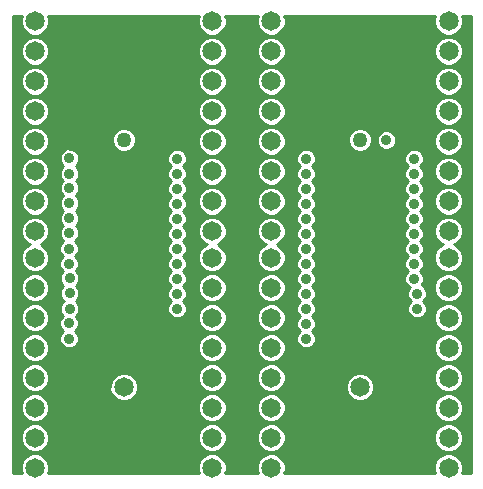
<source format=gtl>
G04 (created by PCBNEW (2013-mar-13)-testing) date Tue 20 Aug 2013 10:34:20 AM PDT*
%MOIN*%
G04 Gerber Fmt 3.4, Leading zero omitted, Abs format*
%FSLAX34Y34*%
G01*
G70*
G90*
G04 APERTURE LIST*
%ADD10C,0.005906*%
%ADD11C,0.065000*%
%ADD12C,0.050000*%
%ADD13C,0.035000*%
%ADD14C,0.010000*%
G04 APERTURE END LIST*
G54D10*
G54D11*
X20669Y-20122D03*
X20669Y-21122D03*
X20669Y-22122D03*
X20669Y-23122D03*
X20669Y-24122D03*
X20669Y-25122D03*
X20669Y-26122D03*
X20669Y-27122D03*
X26574Y-27122D03*
X26574Y-26122D03*
X26574Y-25122D03*
X26574Y-24122D03*
X26574Y-23122D03*
X26574Y-22122D03*
X26574Y-21122D03*
X26574Y-20122D03*
X20669Y-27996D03*
X20669Y-28996D03*
X20669Y-29996D03*
X20669Y-30996D03*
X20669Y-31996D03*
X20669Y-32996D03*
X20669Y-33996D03*
X20669Y-34996D03*
X26574Y-34996D03*
X26574Y-33996D03*
X26574Y-32996D03*
X26574Y-31996D03*
X26574Y-30996D03*
X26574Y-29996D03*
X26574Y-28996D03*
X26574Y-27996D03*
X28543Y-20122D03*
X28543Y-21122D03*
X28543Y-22122D03*
X28543Y-23122D03*
X28543Y-24122D03*
X28543Y-25122D03*
X28543Y-26122D03*
X28543Y-27122D03*
X34448Y-27122D03*
X34448Y-26122D03*
X34448Y-25122D03*
X34448Y-24122D03*
X34448Y-23122D03*
X34448Y-22122D03*
X34448Y-21122D03*
X34448Y-20122D03*
X28543Y-27996D03*
X28543Y-28996D03*
X28543Y-29996D03*
X28543Y-30996D03*
X28543Y-31996D03*
X28543Y-32996D03*
X28543Y-33996D03*
X28543Y-34996D03*
X34448Y-34996D03*
X34448Y-33996D03*
X34448Y-32996D03*
X34448Y-31996D03*
X34448Y-30996D03*
X34448Y-29996D03*
X34448Y-28996D03*
X34448Y-27996D03*
G54D12*
X23622Y-24068D03*
G54D11*
X23622Y-32308D03*
G54D12*
X31496Y-24068D03*
G54D11*
X31496Y-32308D03*
G54D13*
X25400Y-28700D03*
X21800Y-27700D03*
X21811Y-27165D03*
X21811Y-26692D03*
X21811Y-26181D03*
X21811Y-25669D03*
X21811Y-25196D03*
X21811Y-24685D03*
X25400Y-29200D03*
X25400Y-29700D03*
X21800Y-30700D03*
X21800Y-30180D03*
X21820Y-29700D03*
X21820Y-29180D03*
X21820Y-28680D03*
X21800Y-28200D03*
X33300Y-28700D03*
X29700Y-27700D03*
X29700Y-27200D03*
X29700Y-26700D03*
X29700Y-26200D03*
X32373Y-24080D03*
X29700Y-25700D03*
X29700Y-25200D03*
X29700Y-24700D03*
X33400Y-29200D03*
X33400Y-29700D03*
X29700Y-30700D03*
X29700Y-30200D03*
X29700Y-29700D03*
X29700Y-29200D03*
X29700Y-28700D03*
X29700Y-28200D03*
X25400Y-24700D03*
X25400Y-25200D03*
X25400Y-25700D03*
X25400Y-26200D03*
X25400Y-26700D03*
X25400Y-27200D03*
X25400Y-27700D03*
X25400Y-28200D03*
X33300Y-24700D03*
X33300Y-25200D03*
X33300Y-25700D03*
X33300Y-26200D03*
X33300Y-26700D03*
X33300Y-27200D03*
X33300Y-27700D03*
X33300Y-28200D03*
X25400Y-31700D03*
X33400Y-31700D03*
G54D10*
G36*
X35186Y-35186D02*
X34884Y-35186D01*
X34923Y-35090D01*
X34923Y-34901D01*
X34923Y-33901D01*
X34923Y-32901D01*
X34923Y-31901D01*
X34923Y-30901D01*
X34923Y-29901D01*
X34923Y-28901D01*
X34923Y-27901D01*
X34851Y-27727D01*
X34718Y-27593D01*
X34635Y-27559D01*
X34717Y-27524D01*
X34851Y-27391D01*
X34923Y-27216D01*
X34923Y-27027D01*
X34923Y-26027D01*
X34923Y-25027D01*
X34923Y-24027D01*
X34923Y-23027D01*
X34923Y-22027D01*
X34923Y-21027D01*
X34851Y-20853D01*
X34718Y-20719D01*
X34543Y-20647D01*
X34354Y-20646D01*
X34180Y-20719D01*
X34046Y-20852D01*
X33973Y-21027D01*
X33973Y-21216D01*
X34045Y-21390D01*
X34179Y-21524D01*
X34353Y-21596D01*
X34542Y-21597D01*
X34717Y-21524D01*
X34851Y-21391D01*
X34923Y-21216D01*
X34923Y-21027D01*
X34923Y-22027D01*
X34851Y-21853D01*
X34718Y-21719D01*
X34543Y-21647D01*
X34354Y-21646D01*
X34180Y-21719D01*
X34046Y-21852D01*
X33973Y-22027D01*
X33973Y-22216D01*
X34045Y-22390D01*
X34179Y-22524D01*
X34353Y-22596D01*
X34542Y-22597D01*
X34717Y-22524D01*
X34851Y-22391D01*
X34923Y-22216D01*
X34923Y-22027D01*
X34923Y-23027D01*
X34851Y-22853D01*
X34718Y-22719D01*
X34543Y-22647D01*
X34354Y-22646D01*
X34180Y-22719D01*
X34046Y-22852D01*
X33973Y-23027D01*
X33973Y-23216D01*
X34045Y-23390D01*
X34179Y-23524D01*
X34353Y-23596D01*
X34542Y-23597D01*
X34717Y-23524D01*
X34851Y-23391D01*
X34923Y-23216D01*
X34923Y-23027D01*
X34923Y-24027D01*
X34851Y-23853D01*
X34718Y-23719D01*
X34543Y-23647D01*
X34354Y-23646D01*
X34180Y-23719D01*
X34046Y-23852D01*
X33973Y-24027D01*
X33973Y-24216D01*
X34045Y-24390D01*
X34179Y-24524D01*
X34353Y-24596D01*
X34542Y-24597D01*
X34717Y-24524D01*
X34851Y-24391D01*
X34923Y-24216D01*
X34923Y-24027D01*
X34923Y-25027D01*
X34851Y-24853D01*
X34718Y-24719D01*
X34543Y-24647D01*
X34354Y-24646D01*
X34180Y-24719D01*
X34046Y-24852D01*
X33973Y-25027D01*
X33973Y-25216D01*
X34045Y-25390D01*
X34179Y-25524D01*
X34353Y-25596D01*
X34542Y-25597D01*
X34717Y-25524D01*
X34851Y-25391D01*
X34923Y-25216D01*
X34923Y-25027D01*
X34923Y-26027D01*
X34851Y-25853D01*
X34718Y-25719D01*
X34543Y-25647D01*
X34354Y-25646D01*
X34180Y-25719D01*
X34046Y-25852D01*
X33973Y-26027D01*
X33973Y-26216D01*
X34045Y-26390D01*
X34179Y-26524D01*
X34353Y-26596D01*
X34542Y-26597D01*
X34717Y-26524D01*
X34851Y-26391D01*
X34923Y-26216D01*
X34923Y-26027D01*
X34923Y-27027D01*
X34851Y-26853D01*
X34718Y-26719D01*
X34543Y-26647D01*
X34354Y-26646D01*
X34180Y-26719D01*
X34046Y-26852D01*
X33973Y-27027D01*
X33973Y-27216D01*
X34045Y-27390D01*
X34179Y-27524D01*
X34262Y-27559D01*
X34180Y-27593D01*
X34046Y-27726D01*
X33973Y-27901D01*
X33973Y-28090D01*
X34045Y-28264D01*
X34179Y-28398D01*
X34353Y-28470D01*
X34542Y-28471D01*
X34717Y-28398D01*
X34851Y-28265D01*
X34923Y-28090D01*
X34923Y-27901D01*
X34923Y-28901D01*
X34851Y-28727D01*
X34718Y-28593D01*
X34543Y-28521D01*
X34354Y-28520D01*
X34180Y-28593D01*
X34046Y-28726D01*
X33973Y-28901D01*
X33973Y-29090D01*
X34045Y-29264D01*
X34179Y-29398D01*
X34353Y-29470D01*
X34542Y-29471D01*
X34717Y-29398D01*
X34851Y-29265D01*
X34923Y-29090D01*
X34923Y-28901D01*
X34923Y-29901D01*
X34851Y-29727D01*
X34718Y-29593D01*
X34543Y-29521D01*
X34354Y-29520D01*
X34180Y-29593D01*
X34046Y-29726D01*
X33973Y-29901D01*
X33973Y-30090D01*
X34045Y-30264D01*
X34179Y-30398D01*
X34353Y-30470D01*
X34542Y-30471D01*
X34717Y-30398D01*
X34851Y-30265D01*
X34923Y-30090D01*
X34923Y-29901D01*
X34923Y-30901D01*
X34851Y-30727D01*
X34718Y-30593D01*
X34543Y-30521D01*
X34354Y-30520D01*
X34180Y-30593D01*
X34046Y-30726D01*
X33973Y-30901D01*
X33973Y-31090D01*
X34045Y-31264D01*
X34179Y-31398D01*
X34353Y-31470D01*
X34542Y-31471D01*
X34717Y-31398D01*
X34851Y-31265D01*
X34923Y-31090D01*
X34923Y-30901D01*
X34923Y-31901D01*
X34851Y-31727D01*
X34718Y-31593D01*
X34543Y-31521D01*
X34354Y-31520D01*
X34180Y-31593D01*
X34046Y-31726D01*
X33973Y-31901D01*
X33973Y-32090D01*
X34045Y-32264D01*
X34179Y-32398D01*
X34353Y-32470D01*
X34542Y-32471D01*
X34717Y-32398D01*
X34851Y-32265D01*
X34923Y-32090D01*
X34923Y-31901D01*
X34923Y-32901D01*
X34851Y-32727D01*
X34718Y-32593D01*
X34543Y-32521D01*
X34354Y-32520D01*
X34180Y-32593D01*
X34046Y-32726D01*
X33973Y-32901D01*
X33973Y-33090D01*
X34045Y-33264D01*
X34179Y-33398D01*
X34353Y-33470D01*
X34542Y-33471D01*
X34717Y-33398D01*
X34851Y-33265D01*
X34923Y-33090D01*
X34923Y-32901D01*
X34923Y-33901D01*
X34851Y-33727D01*
X34718Y-33593D01*
X34543Y-33521D01*
X34354Y-33520D01*
X34180Y-33593D01*
X34046Y-33726D01*
X33973Y-33901D01*
X33973Y-34090D01*
X34045Y-34264D01*
X34179Y-34398D01*
X34353Y-34470D01*
X34542Y-34471D01*
X34717Y-34398D01*
X34851Y-34265D01*
X34923Y-34090D01*
X34923Y-33901D01*
X34923Y-34901D01*
X34851Y-34727D01*
X34718Y-34593D01*
X34543Y-34521D01*
X34354Y-34520D01*
X34180Y-34593D01*
X34046Y-34726D01*
X33973Y-34901D01*
X33973Y-35090D01*
X34013Y-35186D01*
X33725Y-35186D01*
X33725Y-29635D01*
X33675Y-29516D01*
X33609Y-29449D01*
X33675Y-29384D01*
X33724Y-29264D01*
X33725Y-29135D01*
X33675Y-29016D01*
X33584Y-28924D01*
X33549Y-28910D01*
X33575Y-28884D01*
X33624Y-28764D01*
X33625Y-28635D01*
X33575Y-28516D01*
X33509Y-28449D01*
X33575Y-28384D01*
X33624Y-28264D01*
X33625Y-28135D01*
X33575Y-28016D01*
X33509Y-27949D01*
X33575Y-27884D01*
X33624Y-27764D01*
X33625Y-27635D01*
X33575Y-27516D01*
X33509Y-27449D01*
X33575Y-27384D01*
X33624Y-27264D01*
X33625Y-27135D01*
X33575Y-27016D01*
X33509Y-26949D01*
X33575Y-26884D01*
X33624Y-26764D01*
X33625Y-26635D01*
X33575Y-26516D01*
X33509Y-26449D01*
X33575Y-26384D01*
X33624Y-26264D01*
X33625Y-26135D01*
X33575Y-26016D01*
X33509Y-25949D01*
X33575Y-25884D01*
X33624Y-25764D01*
X33625Y-25635D01*
X33575Y-25516D01*
X33509Y-25449D01*
X33575Y-25384D01*
X33624Y-25264D01*
X33625Y-25135D01*
X33575Y-25016D01*
X33509Y-24949D01*
X33575Y-24884D01*
X33624Y-24764D01*
X33625Y-24635D01*
X33575Y-24516D01*
X33484Y-24424D01*
X33364Y-24375D01*
X33235Y-24374D01*
X33116Y-24424D01*
X33024Y-24515D01*
X32975Y-24635D01*
X32974Y-24764D01*
X33024Y-24883D01*
X33090Y-24950D01*
X33024Y-25015D01*
X32975Y-25135D01*
X32974Y-25264D01*
X33024Y-25383D01*
X33090Y-25450D01*
X33024Y-25515D01*
X32975Y-25635D01*
X32974Y-25764D01*
X33024Y-25883D01*
X33090Y-25950D01*
X33024Y-26015D01*
X32975Y-26135D01*
X32974Y-26264D01*
X33024Y-26383D01*
X33090Y-26450D01*
X33024Y-26515D01*
X32975Y-26635D01*
X32974Y-26764D01*
X33024Y-26883D01*
X33090Y-26950D01*
X33024Y-27015D01*
X32975Y-27135D01*
X32974Y-27264D01*
X33024Y-27383D01*
X33090Y-27450D01*
X33024Y-27515D01*
X32975Y-27635D01*
X32974Y-27764D01*
X33024Y-27883D01*
X33090Y-27950D01*
X33024Y-28015D01*
X32975Y-28135D01*
X32974Y-28264D01*
X33024Y-28383D01*
X33090Y-28450D01*
X33024Y-28515D01*
X32975Y-28635D01*
X32974Y-28764D01*
X33024Y-28883D01*
X33115Y-28975D01*
X33150Y-28989D01*
X33124Y-29015D01*
X33075Y-29135D01*
X33074Y-29264D01*
X33124Y-29383D01*
X33190Y-29450D01*
X33124Y-29515D01*
X33075Y-29635D01*
X33074Y-29764D01*
X33124Y-29883D01*
X33215Y-29975D01*
X33335Y-30024D01*
X33464Y-30025D01*
X33583Y-29975D01*
X33675Y-29884D01*
X33724Y-29764D01*
X33725Y-29635D01*
X33725Y-35186D01*
X32698Y-35186D01*
X32698Y-24016D01*
X32649Y-23896D01*
X32557Y-23805D01*
X32438Y-23755D01*
X32309Y-23755D01*
X32189Y-23804D01*
X32098Y-23896D01*
X32048Y-24015D01*
X32048Y-24145D01*
X32097Y-24264D01*
X32189Y-24356D01*
X32308Y-24405D01*
X32438Y-24405D01*
X32557Y-24356D01*
X32649Y-24265D01*
X32698Y-24145D01*
X32698Y-24016D01*
X32698Y-35186D01*
X31971Y-35186D01*
X31971Y-32214D01*
X31898Y-32040D01*
X31896Y-32037D01*
X31896Y-23989D01*
X31835Y-23842D01*
X31722Y-23730D01*
X31575Y-23669D01*
X31416Y-23668D01*
X31269Y-23729D01*
X31157Y-23842D01*
X31096Y-23989D01*
X31095Y-24148D01*
X31156Y-24295D01*
X31269Y-24407D01*
X31416Y-24468D01*
X31575Y-24469D01*
X31722Y-24408D01*
X31834Y-24295D01*
X31895Y-24148D01*
X31896Y-23989D01*
X31896Y-32037D01*
X31765Y-31906D01*
X31590Y-31834D01*
X31401Y-31833D01*
X31227Y-31906D01*
X31093Y-32039D01*
X31021Y-32214D01*
X31020Y-32403D01*
X31093Y-32577D01*
X31226Y-32711D01*
X31401Y-32783D01*
X31590Y-32784D01*
X31764Y-32711D01*
X31898Y-32578D01*
X31970Y-32403D01*
X31971Y-32214D01*
X31971Y-35186D01*
X30025Y-35186D01*
X30025Y-30635D01*
X29975Y-30516D01*
X29909Y-30449D01*
X29975Y-30384D01*
X30024Y-30264D01*
X30025Y-30135D01*
X29975Y-30016D01*
X29909Y-29949D01*
X29975Y-29884D01*
X30024Y-29764D01*
X30025Y-29635D01*
X29975Y-29516D01*
X29909Y-29449D01*
X29975Y-29384D01*
X30024Y-29264D01*
X30025Y-29135D01*
X29975Y-29016D01*
X29909Y-28949D01*
X29975Y-28884D01*
X30024Y-28764D01*
X30025Y-28635D01*
X29975Y-28516D01*
X29909Y-28449D01*
X29975Y-28384D01*
X30024Y-28264D01*
X30025Y-28135D01*
X29975Y-28016D01*
X29909Y-27949D01*
X29975Y-27884D01*
X30024Y-27764D01*
X30025Y-27635D01*
X29975Y-27516D01*
X29909Y-27449D01*
X29975Y-27384D01*
X30024Y-27264D01*
X30025Y-27135D01*
X29975Y-27016D01*
X29909Y-26949D01*
X29975Y-26884D01*
X30024Y-26764D01*
X30025Y-26635D01*
X29975Y-26516D01*
X29909Y-26449D01*
X29975Y-26384D01*
X30024Y-26264D01*
X30025Y-26135D01*
X29975Y-26016D01*
X29909Y-25949D01*
X29975Y-25884D01*
X30024Y-25764D01*
X30025Y-25635D01*
X29975Y-25516D01*
X29909Y-25449D01*
X29975Y-25384D01*
X30024Y-25264D01*
X30025Y-25135D01*
X29975Y-25016D01*
X29909Y-24949D01*
X29975Y-24884D01*
X30024Y-24764D01*
X30025Y-24635D01*
X29975Y-24516D01*
X29884Y-24424D01*
X29764Y-24375D01*
X29635Y-24374D01*
X29516Y-24424D01*
X29424Y-24515D01*
X29375Y-24635D01*
X29374Y-24764D01*
X29424Y-24883D01*
X29490Y-24950D01*
X29424Y-25015D01*
X29375Y-25135D01*
X29374Y-25264D01*
X29424Y-25383D01*
X29490Y-25450D01*
X29424Y-25515D01*
X29375Y-25635D01*
X29374Y-25764D01*
X29424Y-25883D01*
X29490Y-25950D01*
X29424Y-26015D01*
X29375Y-26135D01*
X29374Y-26264D01*
X29424Y-26383D01*
X29490Y-26450D01*
X29424Y-26515D01*
X29375Y-26635D01*
X29374Y-26764D01*
X29424Y-26883D01*
X29490Y-26950D01*
X29424Y-27015D01*
X29375Y-27135D01*
X29374Y-27264D01*
X29424Y-27383D01*
X29490Y-27450D01*
X29424Y-27515D01*
X29375Y-27635D01*
X29374Y-27764D01*
X29424Y-27883D01*
X29490Y-27950D01*
X29424Y-28015D01*
X29375Y-28135D01*
X29374Y-28264D01*
X29424Y-28383D01*
X29490Y-28450D01*
X29424Y-28515D01*
X29375Y-28635D01*
X29374Y-28764D01*
X29424Y-28883D01*
X29490Y-28950D01*
X29424Y-29015D01*
X29375Y-29135D01*
X29374Y-29264D01*
X29424Y-29383D01*
X29490Y-29450D01*
X29424Y-29515D01*
X29375Y-29635D01*
X29374Y-29764D01*
X29424Y-29883D01*
X29490Y-29950D01*
X29424Y-30015D01*
X29375Y-30135D01*
X29374Y-30264D01*
X29424Y-30383D01*
X29490Y-30450D01*
X29424Y-30515D01*
X29375Y-30635D01*
X29374Y-30764D01*
X29424Y-30883D01*
X29515Y-30975D01*
X29635Y-31024D01*
X29764Y-31025D01*
X29883Y-30975D01*
X29975Y-30884D01*
X30024Y-30764D01*
X30025Y-30635D01*
X30025Y-35186D01*
X28978Y-35186D01*
X29018Y-35090D01*
X29018Y-34901D01*
X29018Y-33901D01*
X29018Y-32901D01*
X29018Y-31901D01*
X29018Y-30901D01*
X29018Y-29901D01*
X29018Y-28901D01*
X29018Y-27901D01*
X28946Y-27727D01*
X28812Y-27593D01*
X28729Y-27559D01*
X28812Y-27524D01*
X28945Y-27391D01*
X29018Y-27216D01*
X29018Y-27027D01*
X29018Y-26027D01*
X29018Y-25027D01*
X29018Y-24027D01*
X29018Y-23027D01*
X29018Y-22027D01*
X29018Y-21027D01*
X28946Y-20853D01*
X28812Y-20719D01*
X28638Y-20647D01*
X28449Y-20646D01*
X28274Y-20719D01*
X28140Y-20852D01*
X28068Y-21027D01*
X28068Y-21216D01*
X28140Y-21390D01*
X28273Y-21524D01*
X28448Y-21596D01*
X28637Y-21597D01*
X28812Y-21524D01*
X28945Y-21391D01*
X29018Y-21216D01*
X29018Y-21027D01*
X29018Y-22027D01*
X28946Y-21853D01*
X28812Y-21719D01*
X28638Y-21647D01*
X28449Y-21646D01*
X28274Y-21719D01*
X28140Y-21852D01*
X28068Y-22027D01*
X28068Y-22216D01*
X28140Y-22390D01*
X28273Y-22524D01*
X28448Y-22596D01*
X28637Y-22597D01*
X28812Y-22524D01*
X28945Y-22391D01*
X29018Y-22216D01*
X29018Y-22027D01*
X29018Y-23027D01*
X28946Y-22853D01*
X28812Y-22719D01*
X28638Y-22647D01*
X28449Y-22646D01*
X28274Y-22719D01*
X28140Y-22852D01*
X28068Y-23027D01*
X28068Y-23216D01*
X28140Y-23390D01*
X28273Y-23524D01*
X28448Y-23596D01*
X28637Y-23597D01*
X28812Y-23524D01*
X28945Y-23391D01*
X29018Y-23216D01*
X29018Y-23027D01*
X29018Y-24027D01*
X28946Y-23853D01*
X28812Y-23719D01*
X28638Y-23647D01*
X28449Y-23646D01*
X28274Y-23719D01*
X28140Y-23852D01*
X28068Y-24027D01*
X28068Y-24216D01*
X28140Y-24390D01*
X28273Y-24524D01*
X28448Y-24596D01*
X28637Y-24597D01*
X28812Y-24524D01*
X28945Y-24391D01*
X29018Y-24216D01*
X29018Y-24027D01*
X29018Y-25027D01*
X28946Y-24853D01*
X28812Y-24719D01*
X28638Y-24647D01*
X28449Y-24646D01*
X28274Y-24719D01*
X28140Y-24852D01*
X28068Y-25027D01*
X28068Y-25216D01*
X28140Y-25390D01*
X28273Y-25524D01*
X28448Y-25596D01*
X28637Y-25597D01*
X28812Y-25524D01*
X28945Y-25391D01*
X29018Y-25216D01*
X29018Y-25027D01*
X29018Y-26027D01*
X28946Y-25853D01*
X28812Y-25719D01*
X28638Y-25647D01*
X28449Y-25646D01*
X28274Y-25719D01*
X28140Y-25852D01*
X28068Y-26027D01*
X28068Y-26216D01*
X28140Y-26390D01*
X28273Y-26524D01*
X28448Y-26596D01*
X28637Y-26597D01*
X28812Y-26524D01*
X28945Y-26391D01*
X29018Y-26216D01*
X29018Y-26027D01*
X29018Y-27027D01*
X28946Y-26853D01*
X28812Y-26719D01*
X28638Y-26647D01*
X28449Y-26646D01*
X28274Y-26719D01*
X28140Y-26852D01*
X28068Y-27027D01*
X28068Y-27216D01*
X28140Y-27390D01*
X28273Y-27524D01*
X28357Y-27559D01*
X28274Y-27593D01*
X28140Y-27726D01*
X28068Y-27901D01*
X28068Y-28090D01*
X28140Y-28264D01*
X28273Y-28398D01*
X28448Y-28470D01*
X28637Y-28471D01*
X28812Y-28398D01*
X28945Y-28265D01*
X29018Y-28090D01*
X29018Y-27901D01*
X29018Y-28901D01*
X28946Y-28727D01*
X28812Y-28593D01*
X28638Y-28521D01*
X28449Y-28520D01*
X28274Y-28593D01*
X28140Y-28726D01*
X28068Y-28901D01*
X28068Y-29090D01*
X28140Y-29264D01*
X28273Y-29398D01*
X28448Y-29470D01*
X28637Y-29471D01*
X28812Y-29398D01*
X28945Y-29265D01*
X29018Y-29090D01*
X29018Y-28901D01*
X29018Y-29901D01*
X28946Y-29727D01*
X28812Y-29593D01*
X28638Y-29521D01*
X28449Y-29520D01*
X28274Y-29593D01*
X28140Y-29726D01*
X28068Y-29901D01*
X28068Y-30090D01*
X28140Y-30264D01*
X28273Y-30398D01*
X28448Y-30470D01*
X28637Y-30471D01*
X28812Y-30398D01*
X28945Y-30265D01*
X29018Y-30090D01*
X29018Y-29901D01*
X29018Y-30901D01*
X28946Y-30727D01*
X28812Y-30593D01*
X28638Y-30521D01*
X28449Y-30520D01*
X28274Y-30593D01*
X28140Y-30726D01*
X28068Y-30901D01*
X28068Y-31090D01*
X28140Y-31264D01*
X28273Y-31398D01*
X28448Y-31470D01*
X28637Y-31471D01*
X28812Y-31398D01*
X28945Y-31265D01*
X29018Y-31090D01*
X29018Y-30901D01*
X29018Y-31901D01*
X28946Y-31727D01*
X28812Y-31593D01*
X28638Y-31521D01*
X28449Y-31520D01*
X28274Y-31593D01*
X28140Y-31726D01*
X28068Y-31901D01*
X28068Y-32090D01*
X28140Y-32264D01*
X28273Y-32398D01*
X28448Y-32470D01*
X28637Y-32471D01*
X28812Y-32398D01*
X28945Y-32265D01*
X29018Y-32090D01*
X29018Y-31901D01*
X29018Y-32901D01*
X28946Y-32727D01*
X28812Y-32593D01*
X28638Y-32521D01*
X28449Y-32520D01*
X28274Y-32593D01*
X28140Y-32726D01*
X28068Y-32901D01*
X28068Y-33090D01*
X28140Y-33264D01*
X28273Y-33398D01*
X28448Y-33470D01*
X28637Y-33471D01*
X28812Y-33398D01*
X28945Y-33265D01*
X29018Y-33090D01*
X29018Y-32901D01*
X29018Y-33901D01*
X28946Y-33727D01*
X28812Y-33593D01*
X28638Y-33521D01*
X28449Y-33520D01*
X28274Y-33593D01*
X28140Y-33726D01*
X28068Y-33901D01*
X28068Y-34090D01*
X28140Y-34264D01*
X28273Y-34398D01*
X28448Y-34470D01*
X28637Y-34471D01*
X28812Y-34398D01*
X28945Y-34265D01*
X29018Y-34090D01*
X29018Y-33901D01*
X29018Y-34901D01*
X28946Y-34727D01*
X28812Y-34593D01*
X28638Y-34521D01*
X28449Y-34520D01*
X28274Y-34593D01*
X28140Y-34726D01*
X28068Y-34901D01*
X28068Y-35090D01*
X28107Y-35186D01*
X27010Y-35186D01*
X27049Y-35090D01*
X27049Y-34901D01*
X27049Y-33901D01*
X27049Y-32901D01*
X27049Y-31901D01*
X27049Y-30901D01*
X27049Y-29901D01*
X27049Y-28901D01*
X27049Y-27901D01*
X26977Y-27727D01*
X26844Y-27593D01*
X26761Y-27559D01*
X26843Y-27524D01*
X26977Y-27391D01*
X27049Y-27216D01*
X27049Y-27027D01*
X27049Y-26027D01*
X27049Y-25027D01*
X27049Y-24027D01*
X27049Y-23027D01*
X27049Y-22027D01*
X27049Y-21027D01*
X26977Y-20853D01*
X26844Y-20719D01*
X26669Y-20647D01*
X26480Y-20646D01*
X26306Y-20719D01*
X26172Y-20852D01*
X26099Y-21027D01*
X26099Y-21216D01*
X26171Y-21390D01*
X26305Y-21524D01*
X26479Y-21596D01*
X26668Y-21597D01*
X26843Y-21524D01*
X26977Y-21391D01*
X27049Y-21216D01*
X27049Y-21027D01*
X27049Y-22027D01*
X26977Y-21853D01*
X26844Y-21719D01*
X26669Y-21647D01*
X26480Y-21646D01*
X26306Y-21719D01*
X26172Y-21852D01*
X26099Y-22027D01*
X26099Y-22216D01*
X26171Y-22390D01*
X26305Y-22524D01*
X26479Y-22596D01*
X26668Y-22597D01*
X26843Y-22524D01*
X26977Y-22391D01*
X27049Y-22216D01*
X27049Y-22027D01*
X27049Y-23027D01*
X26977Y-22853D01*
X26844Y-22719D01*
X26669Y-22647D01*
X26480Y-22646D01*
X26306Y-22719D01*
X26172Y-22852D01*
X26099Y-23027D01*
X26099Y-23216D01*
X26171Y-23390D01*
X26305Y-23524D01*
X26479Y-23596D01*
X26668Y-23597D01*
X26843Y-23524D01*
X26977Y-23391D01*
X27049Y-23216D01*
X27049Y-23027D01*
X27049Y-24027D01*
X26977Y-23853D01*
X26844Y-23719D01*
X26669Y-23647D01*
X26480Y-23646D01*
X26306Y-23719D01*
X26172Y-23852D01*
X26099Y-24027D01*
X26099Y-24216D01*
X26171Y-24390D01*
X26305Y-24524D01*
X26479Y-24596D01*
X26668Y-24597D01*
X26843Y-24524D01*
X26977Y-24391D01*
X27049Y-24216D01*
X27049Y-24027D01*
X27049Y-25027D01*
X26977Y-24853D01*
X26844Y-24719D01*
X26669Y-24647D01*
X26480Y-24646D01*
X26306Y-24719D01*
X26172Y-24852D01*
X26099Y-25027D01*
X26099Y-25216D01*
X26171Y-25390D01*
X26305Y-25524D01*
X26479Y-25596D01*
X26668Y-25597D01*
X26843Y-25524D01*
X26977Y-25391D01*
X27049Y-25216D01*
X27049Y-25027D01*
X27049Y-26027D01*
X26977Y-25853D01*
X26844Y-25719D01*
X26669Y-25647D01*
X26480Y-25646D01*
X26306Y-25719D01*
X26172Y-25852D01*
X26099Y-26027D01*
X26099Y-26216D01*
X26171Y-26390D01*
X26305Y-26524D01*
X26479Y-26596D01*
X26668Y-26597D01*
X26843Y-26524D01*
X26977Y-26391D01*
X27049Y-26216D01*
X27049Y-26027D01*
X27049Y-27027D01*
X26977Y-26853D01*
X26844Y-26719D01*
X26669Y-26647D01*
X26480Y-26646D01*
X26306Y-26719D01*
X26172Y-26852D01*
X26099Y-27027D01*
X26099Y-27216D01*
X26171Y-27390D01*
X26305Y-27524D01*
X26388Y-27559D01*
X26306Y-27593D01*
X26172Y-27726D01*
X26099Y-27901D01*
X26099Y-28090D01*
X26171Y-28264D01*
X26305Y-28398D01*
X26479Y-28470D01*
X26668Y-28471D01*
X26843Y-28398D01*
X26977Y-28265D01*
X27049Y-28090D01*
X27049Y-27901D01*
X27049Y-28901D01*
X26977Y-28727D01*
X26844Y-28593D01*
X26669Y-28521D01*
X26480Y-28520D01*
X26306Y-28593D01*
X26172Y-28726D01*
X26099Y-28901D01*
X26099Y-29090D01*
X26171Y-29264D01*
X26305Y-29398D01*
X26479Y-29470D01*
X26668Y-29471D01*
X26843Y-29398D01*
X26977Y-29265D01*
X27049Y-29090D01*
X27049Y-28901D01*
X27049Y-29901D01*
X26977Y-29727D01*
X26844Y-29593D01*
X26669Y-29521D01*
X26480Y-29520D01*
X26306Y-29593D01*
X26172Y-29726D01*
X26099Y-29901D01*
X26099Y-30090D01*
X26171Y-30264D01*
X26305Y-30398D01*
X26479Y-30470D01*
X26668Y-30471D01*
X26843Y-30398D01*
X26977Y-30265D01*
X27049Y-30090D01*
X27049Y-29901D01*
X27049Y-30901D01*
X26977Y-30727D01*
X26844Y-30593D01*
X26669Y-30521D01*
X26480Y-30520D01*
X26306Y-30593D01*
X26172Y-30726D01*
X26099Y-30901D01*
X26099Y-31090D01*
X26171Y-31264D01*
X26305Y-31398D01*
X26479Y-31470D01*
X26668Y-31471D01*
X26843Y-31398D01*
X26977Y-31265D01*
X27049Y-31090D01*
X27049Y-30901D01*
X27049Y-31901D01*
X26977Y-31727D01*
X26844Y-31593D01*
X26669Y-31521D01*
X26480Y-31520D01*
X26306Y-31593D01*
X26172Y-31726D01*
X26099Y-31901D01*
X26099Y-32090D01*
X26171Y-32264D01*
X26305Y-32398D01*
X26479Y-32470D01*
X26668Y-32471D01*
X26843Y-32398D01*
X26977Y-32265D01*
X27049Y-32090D01*
X27049Y-31901D01*
X27049Y-32901D01*
X26977Y-32727D01*
X26844Y-32593D01*
X26669Y-32521D01*
X26480Y-32520D01*
X26306Y-32593D01*
X26172Y-32726D01*
X26099Y-32901D01*
X26099Y-33090D01*
X26171Y-33264D01*
X26305Y-33398D01*
X26479Y-33470D01*
X26668Y-33471D01*
X26843Y-33398D01*
X26977Y-33265D01*
X27049Y-33090D01*
X27049Y-32901D01*
X27049Y-33901D01*
X26977Y-33727D01*
X26844Y-33593D01*
X26669Y-33521D01*
X26480Y-33520D01*
X26306Y-33593D01*
X26172Y-33726D01*
X26099Y-33901D01*
X26099Y-34090D01*
X26171Y-34264D01*
X26305Y-34398D01*
X26479Y-34470D01*
X26668Y-34471D01*
X26843Y-34398D01*
X26977Y-34265D01*
X27049Y-34090D01*
X27049Y-33901D01*
X27049Y-34901D01*
X26977Y-34727D01*
X26844Y-34593D01*
X26669Y-34521D01*
X26480Y-34520D01*
X26306Y-34593D01*
X26172Y-34726D01*
X26099Y-34901D01*
X26099Y-35090D01*
X26139Y-35186D01*
X25725Y-35186D01*
X25725Y-29635D01*
X25675Y-29516D01*
X25609Y-29449D01*
X25675Y-29384D01*
X25724Y-29264D01*
X25725Y-29135D01*
X25675Y-29016D01*
X25609Y-28949D01*
X25675Y-28884D01*
X25724Y-28764D01*
X25725Y-28635D01*
X25675Y-28516D01*
X25609Y-28449D01*
X25675Y-28384D01*
X25724Y-28264D01*
X25725Y-28135D01*
X25675Y-28016D01*
X25609Y-27949D01*
X25675Y-27884D01*
X25724Y-27764D01*
X25725Y-27635D01*
X25675Y-27516D01*
X25609Y-27449D01*
X25675Y-27384D01*
X25724Y-27264D01*
X25725Y-27135D01*
X25675Y-27016D01*
X25609Y-26949D01*
X25675Y-26884D01*
X25724Y-26764D01*
X25725Y-26635D01*
X25675Y-26516D01*
X25609Y-26449D01*
X25675Y-26384D01*
X25724Y-26264D01*
X25725Y-26135D01*
X25675Y-26016D01*
X25609Y-25949D01*
X25675Y-25884D01*
X25724Y-25764D01*
X25725Y-25635D01*
X25675Y-25516D01*
X25609Y-25449D01*
X25675Y-25384D01*
X25724Y-25264D01*
X25725Y-25135D01*
X25675Y-25016D01*
X25609Y-24949D01*
X25675Y-24884D01*
X25724Y-24764D01*
X25725Y-24635D01*
X25675Y-24516D01*
X25584Y-24424D01*
X25464Y-24375D01*
X25335Y-24374D01*
X25216Y-24424D01*
X25124Y-24515D01*
X25075Y-24635D01*
X25074Y-24764D01*
X25124Y-24883D01*
X25190Y-24950D01*
X25124Y-25015D01*
X25075Y-25135D01*
X25074Y-25264D01*
X25124Y-25383D01*
X25190Y-25450D01*
X25124Y-25515D01*
X25075Y-25635D01*
X25074Y-25764D01*
X25124Y-25883D01*
X25190Y-25950D01*
X25124Y-26015D01*
X25075Y-26135D01*
X25074Y-26264D01*
X25124Y-26383D01*
X25190Y-26450D01*
X25124Y-26515D01*
X25075Y-26635D01*
X25074Y-26764D01*
X25124Y-26883D01*
X25190Y-26950D01*
X25124Y-27015D01*
X25075Y-27135D01*
X25074Y-27264D01*
X25124Y-27383D01*
X25190Y-27450D01*
X25124Y-27515D01*
X25075Y-27635D01*
X25074Y-27764D01*
X25124Y-27883D01*
X25190Y-27950D01*
X25124Y-28015D01*
X25075Y-28135D01*
X25074Y-28264D01*
X25124Y-28383D01*
X25190Y-28450D01*
X25124Y-28515D01*
X25075Y-28635D01*
X25074Y-28764D01*
X25124Y-28883D01*
X25190Y-28950D01*
X25124Y-29015D01*
X25075Y-29135D01*
X25074Y-29264D01*
X25124Y-29383D01*
X25190Y-29450D01*
X25124Y-29515D01*
X25075Y-29635D01*
X25074Y-29764D01*
X25124Y-29883D01*
X25215Y-29975D01*
X25335Y-30024D01*
X25464Y-30025D01*
X25583Y-29975D01*
X25675Y-29884D01*
X25724Y-29764D01*
X25725Y-29635D01*
X25725Y-35186D01*
X24097Y-35186D01*
X24097Y-32214D01*
X24024Y-32040D01*
X24022Y-32037D01*
X24022Y-23989D01*
X23961Y-23842D01*
X23848Y-23730D01*
X23701Y-23669D01*
X23542Y-23668D01*
X23395Y-23729D01*
X23283Y-23842D01*
X23222Y-23989D01*
X23221Y-24148D01*
X23282Y-24295D01*
X23395Y-24407D01*
X23542Y-24468D01*
X23701Y-24469D01*
X23848Y-24408D01*
X23960Y-24295D01*
X24021Y-24148D01*
X24022Y-23989D01*
X24022Y-32037D01*
X23891Y-31906D01*
X23716Y-31834D01*
X23527Y-31833D01*
X23353Y-31906D01*
X23219Y-32039D01*
X23147Y-32214D01*
X23146Y-32403D01*
X23219Y-32577D01*
X23352Y-32711D01*
X23527Y-32783D01*
X23716Y-32784D01*
X23890Y-32711D01*
X24024Y-32578D01*
X24096Y-32403D01*
X24097Y-32214D01*
X24097Y-35186D01*
X22145Y-35186D01*
X22145Y-29635D01*
X22095Y-29516D01*
X22019Y-29439D01*
X22095Y-29364D01*
X22144Y-29244D01*
X22145Y-29115D01*
X22095Y-28996D01*
X22029Y-28929D01*
X22095Y-28864D01*
X22144Y-28744D01*
X22145Y-28615D01*
X22095Y-28496D01*
X22029Y-28429D01*
X22075Y-28384D01*
X22124Y-28264D01*
X22125Y-28135D01*
X22075Y-28016D01*
X22009Y-27949D01*
X22075Y-27884D01*
X22124Y-27764D01*
X22125Y-27635D01*
X22075Y-27516D01*
X21997Y-27438D01*
X22086Y-27349D01*
X22135Y-27230D01*
X22136Y-27100D01*
X22086Y-26981D01*
X22034Y-26929D01*
X22086Y-26877D01*
X22135Y-26757D01*
X22136Y-26628D01*
X22086Y-26509D01*
X22014Y-26436D01*
X22086Y-26365D01*
X22135Y-26246D01*
X22136Y-26116D01*
X22086Y-25997D01*
X22014Y-25925D01*
X22086Y-25853D01*
X22135Y-25734D01*
X22136Y-25604D01*
X22086Y-25485D01*
X22034Y-25433D01*
X22086Y-25381D01*
X22135Y-25261D01*
X22136Y-25132D01*
X22086Y-25012D01*
X22014Y-24940D01*
X22086Y-24869D01*
X22135Y-24749D01*
X22136Y-24620D01*
X22086Y-24501D01*
X21995Y-24409D01*
X21875Y-24360D01*
X21746Y-24359D01*
X21627Y-24409D01*
X21535Y-24500D01*
X21486Y-24620D01*
X21485Y-24749D01*
X21535Y-24868D01*
X21607Y-24940D01*
X21535Y-25012D01*
X21486Y-25131D01*
X21485Y-25261D01*
X21535Y-25380D01*
X21587Y-25433D01*
X21535Y-25484D01*
X21486Y-25604D01*
X21485Y-25733D01*
X21535Y-25853D01*
X21607Y-25925D01*
X21535Y-25996D01*
X21486Y-26116D01*
X21485Y-26245D01*
X21535Y-26364D01*
X21607Y-26437D01*
X21535Y-26508D01*
X21486Y-26627D01*
X21485Y-26757D01*
X21535Y-26876D01*
X21587Y-26929D01*
X21535Y-26981D01*
X21486Y-27100D01*
X21485Y-27229D01*
X21535Y-27349D01*
X21613Y-27427D01*
X21524Y-27515D01*
X21475Y-27635D01*
X21474Y-27764D01*
X21524Y-27883D01*
X21590Y-27950D01*
X21524Y-28015D01*
X21475Y-28135D01*
X21474Y-28264D01*
X21524Y-28383D01*
X21590Y-28450D01*
X21544Y-28495D01*
X21495Y-28615D01*
X21494Y-28744D01*
X21544Y-28863D01*
X21610Y-28930D01*
X21544Y-28995D01*
X21495Y-29115D01*
X21494Y-29244D01*
X21544Y-29363D01*
X21620Y-29440D01*
X21544Y-29515D01*
X21495Y-29635D01*
X21494Y-29764D01*
X21544Y-29883D01*
X21590Y-29930D01*
X21524Y-29995D01*
X21475Y-30115D01*
X21474Y-30244D01*
X21524Y-30363D01*
X21600Y-30440D01*
X21524Y-30515D01*
X21475Y-30635D01*
X21474Y-30764D01*
X21524Y-30883D01*
X21615Y-30975D01*
X21735Y-31024D01*
X21864Y-31025D01*
X21983Y-30975D01*
X22075Y-30884D01*
X22124Y-30764D01*
X22125Y-30635D01*
X22075Y-30516D01*
X21999Y-30439D01*
X22075Y-30364D01*
X22124Y-30244D01*
X22125Y-30115D01*
X22075Y-29996D01*
X22029Y-29949D01*
X22095Y-29884D01*
X22144Y-29764D01*
X22145Y-29635D01*
X22145Y-35186D01*
X21104Y-35186D01*
X21144Y-35090D01*
X21144Y-34901D01*
X21144Y-33901D01*
X21144Y-32901D01*
X21144Y-31901D01*
X21144Y-30901D01*
X21144Y-29901D01*
X21144Y-28901D01*
X21144Y-27901D01*
X21072Y-27727D01*
X20938Y-27593D01*
X20855Y-27559D01*
X20938Y-27524D01*
X21071Y-27391D01*
X21144Y-27216D01*
X21144Y-27027D01*
X21144Y-26027D01*
X21144Y-25027D01*
X21144Y-24027D01*
X21144Y-23027D01*
X21144Y-22027D01*
X21144Y-21027D01*
X21072Y-20853D01*
X20938Y-20719D01*
X20764Y-20647D01*
X20575Y-20646D01*
X20400Y-20719D01*
X20266Y-20852D01*
X20194Y-21027D01*
X20194Y-21216D01*
X20266Y-21390D01*
X20399Y-21524D01*
X20574Y-21596D01*
X20763Y-21597D01*
X20938Y-21524D01*
X21071Y-21391D01*
X21144Y-21216D01*
X21144Y-21027D01*
X21144Y-22027D01*
X21072Y-21853D01*
X20938Y-21719D01*
X20764Y-21647D01*
X20575Y-21646D01*
X20400Y-21719D01*
X20266Y-21852D01*
X20194Y-22027D01*
X20194Y-22216D01*
X20266Y-22390D01*
X20399Y-22524D01*
X20574Y-22596D01*
X20763Y-22597D01*
X20938Y-22524D01*
X21071Y-22391D01*
X21144Y-22216D01*
X21144Y-22027D01*
X21144Y-23027D01*
X21072Y-22853D01*
X20938Y-22719D01*
X20764Y-22647D01*
X20575Y-22646D01*
X20400Y-22719D01*
X20266Y-22852D01*
X20194Y-23027D01*
X20194Y-23216D01*
X20266Y-23390D01*
X20399Y-23524D01*
X20574Y-23596D01*
X20763Y-23597D01*
X20938Y-23524D01*
X21071Y-23391D01*
X21144Y-23216D01*
X21144Y-23027D01*
X21144Y-24027D01*
X21072Y-23853D01*
X20938Y-23719D01*
X20764Y-23647D01*
X20575Y-23646D01*
X20400Y-23719D01*
X20266Y-23852D01*
X20194Y-24027D01*
X20194Y-24216D01*
X20266Y-24390D01*
X20399Y-24524D01*
X20574Y-24596D01*
X20763Y-24597D01*
X20938Y-24524D01*
X21071Y-24391D01*
X21144Y-24216D01*
X21144Y-24027D01*
X21144Y-25027D01*
X21072Y-24853D01*
X20938Y-24719D01*
X20764Y-24647D01*
X20575Y-24646D01*
X20400Y-24719D01*
X20266Y-24852D01*
X20194Y-25027D01*
X20194Y-25216D01*
X20266Y-25390D01*
X20399Y-25524D01*
X20574Y-25596D01*
X20763Y-25597D01*
X20938Y-25524D01*
X21071Y-25391D01*
X21144Y-25216D01*
X21144Y-25027D01*
X21144Y-26027D01*
X21072Y-25853D01*
X20938Y-25719D01*
X20764Y-25647D01*
X20575Y-25646D01*
X20400Y-25719D01*
X20266Y-25852D01*
X20194Y-26027D01*
X20194Y-26216D01*
X20266Y-26390D01*
X20399Y-26524D01*
X20574Y-26596D01*
X20763Y-26597D01*
X20938Y-26524D01*
X21071Y-26391D01*
X21144Y-26216D01*
X21144Y-26027D01*
X21144Y-27027D01*
X21072Y-26853D01*
X20938Y-26719D01*
X20764Y-26647D01*
X20575Y-26646D01*
X20400Y-26719D01*
X20266Y-26852D01*
X20194Y-27027D01*
X20194Y-27216D01*
X20266Y-27390D01*
X20399Y-27524D01*
X20483Y-27559D01*
X20400Y-27593D01*
X20266Y-27726D01*
X20194Y-27901D01*
X20194Y-28090D01*
X20266Y-28264D01*
X20399Y-28398D01*
X20574Y-28470D01*
X20763Y-28471D01*
X20938Y-28398D01*
X21071Y-28265D01*
X21144Y-28090D01*
X21144Y-27901D01*
X21144Y-28901D01*
X21072Y-28727D01*
X20938Y-28593D01*
X20764Y-28521D01*
X20575Y-28520D01*
X20400Y-28593D01*
X20266Y-28726D01*
X20194Y-28901D01*
X20194Y-29090D01*
X20266Y-29264D01*
X20399Y-29398D01*
X20574Y-29470D01*
X20763Y-29471D01*
X20938Y-29398D01*
X21071Y-29265D01*
X21144Y-29090D01*
X21144Y-28901D01*
X21144Y-29901D01*
X21072Y-29727D01*
X20938Y-29593D01*
X20764Y-29521D01*
X20575Y-29520D01*
X20400Y-29593D01*
X20266Y-29726D01*
X20194Y-29901D01*
X20194Y-30090D01*
X20266Y-30264D01*
X20399Y-30398D01*
X20574Y-30470D01*
X20763Y-30471D01*
X20938Y-30398D01*
X21071Y-30265D01*
X21144Y-30090D01*
X21144Y-29901D01*
X21144Y-30901D01*
X21072Y-30727D01*
X20938Y-30593D01*
X20764Y-30521D01*
X20575Y-30520D01*
X20400Y-30593D01*
X20266Y-30726D01*
X20194Y-30901D01*
X20194Y-31090D01*
X20266Y-31264D01*
X20399Y-31398D01*
X20574Y-31470D01*
X20763Y-31471D01*
X20938Y-31398D01*
X21071Y-31265D01*
X21144Y-31090D01*
X21144Y-30901D01*
X21144Y-31901D01*
X21072Y-31727D01*
X20938Y-31593D01*
X20764Y-31521D01*
X20575Y-31520D01*
X20400Y-31593D01*
X20266Y-31726D01*
X20194Y-31901D01*
X20194Y-32090D01*
X20266Y-32264D01*
X20399Y-32398D01*
X20574Y-32470D01*
X20763Y-32471D01*
X20938Y-32398D01*
X21071Y-32265D01*
X21144Y-32090D01*
X21144Y-31901D01*
X21144Y-32901D01*
X21072Y-32727D01*
X20938Y-32593D01*
X20764Y-32521D01*
X20575Y-32520D01*
X20400Y-32593D01*
X20266Y-32726D01*
X20194Y-32901D01*
X20194Y-33090D01*
X20266Y-33264D01*
X20399Y-33398D01*
X20574Y-33470D01*
X20763Y-33471D01*
X20938Y-33398D01*
X21071Y-33265D01*
X21144Y-33090D01*
X21144Y-32901D01*
X21144Y-33901D01*
X21072Y-33727D01*
X20938Y-33593D01*
X20764Y-33521D01*
X20575Y-33520D01*
X20400Y-33593D01*
X20266Y-33726D01*
X20194Y-33901D01*
X20194Y-34090D01*
X20266Y-34264D01*
X20399Y-34398D01*
X20574Y-34470D01*
X20763Y-34471D01*
X20938Y-34398D01*
X21071Y-34265D01*
X21144Y-34090D01*
X21144Y-33901D01*
X21144Y-34901D01*
X21072Y-34727D01*
X20938Y-34593D01*
X20764Y-34521D01*
X20575Y-34520D01*
X20400Y-34593D01*
X20266Y-34726D01*
X20194Y-34901D01*
X20194Y-35090D01*
X20233Y-35186D01*
X19931Y-35186D01*
X19931Y-19931D01*
X20233Y-19931D01*
X20194Y-20027D01*
X20194Y-20216D01*
X20266Y-20390D01*
X20399Y-20524D01*
X20574Y-20596D01*
X20763Y-20597D01*
X20938Y-20524D01*
X21071Y-20391D01*
X21144Y-20216D01*
X21144Y-20027D01*
X21104Y-19931D01*
X26139Y-19931D01*
X26099Y-20027D01*
X26099Y-20216D01*
X26171Y-20390D01*
X26305Y-20524D01*
X26479Y-20596D01*
X26668Y-20597D01*
X26843Y-20524D01*
X26977Y-20391D01*
X27049Y-20216D01*
X27049Y-20027D01*
X27010Y-19931D01*
X28107Y-19931D01*
X28068Y-20027D01*
X28068Y-20216D01*
X28140Y-20390D01*
X28273Y-20524D01*
X28448Y-20596D01*
X28637Y-20597D01*
X28812Y-20524D01*
X28945Y-20391D01*
X29018Y-20216D01*
X29018Y-20027D01*
X28978Y-19931D01*
X34013Y-19931D01*
X33973Y-20027D01*
X33973Y-20216D01*
X34045Y-20390D01*
X34179Y-20524D01*
X34353Y-20596D01*
X34542Y-20597D01*
X34717Y-20524D01*
X34851Y-20391D01*
X34923Y-20216D01*
X34923Y-20027D01*
X34884Y-19931D01*
X35186Y-19931D01*
X35186Y-35186D01*
X35186Y-35186D01*
G37*
G54D14*
X35186Y-35186D02*
X34884Y-35186D01*
X34923Y-35090D01*
X34923Y-34901D01*
X34923Y-33901D01*
X34923Y-32901D01*
X34923Y-31901D01*
X34923Y-30901D01*
X34923Y-29901D01*
X34923Y-28901D01*
X34923Y-27901D01*
X34851Y-27727D01*
X34718Y-27593D01*
X34635Y-27559D01*
X34717Y-27524D01*
X34851Y-27391D01*
X34923Y-27216D01*
X34923Y-27027D01*
X34923Y-26027D01*
X34923Y-25027D01*
X34923Y-24027D01*
X34923Y-23027D01*
X34923Y-22027D01*
X34923Y-21027D01*
X34851Y-20853D01*
X34718Y-20719D01*
X34543Y-20647D01*
X34354Y-20646D01*
X34180Y-20719D01*
X34046Y-20852D01*
X33973Y-21027D01*
X33973Y-21216D01*
X34045Y-21390D01*
X34179Y-21524D01*
X34353Y-21596D01*
X34542Y-21597D01*
X34717Y-21524D01*
X34851Y-21391D01*
X34923Y-21216D01*
X34923Y-21027D01*
X34923Y-22027D01*
X34851Y-21853D01*
X34718Y-21719D01*
X34543Y-21647D01*
X34354Y-21646D01*
X34180Y-21719D01*
X34046Y-21852D01*
X33973Y-22027D01*
X33973Y-22216D01*
X34045Y-22390D01*
X34179Y-22524D01*
X34353Y-22596D01*
X34542Y-22597D01*
X34717Y-22524D01*
X34851Y-22391D01*
X34923Y-22216D01*
X34923Y-22027D01*
X34923Y-23027D01*
X34851Y-22853D01*
X34718Y-22719D01*
X34543Y-22647D01*
X34354Y-22646D01*
X34180Y-22719D01*
X34046Y-22852D01*
X33973Y-23027D01*
X33973Y-23216D01*
X34045Y-23390D01*
X34179Y-23524D01*
X34353Y-23596D01*
X34542Y-23597D01*
X34717Y-23524D01*
X34851Y-23391D01*
X34923Y-23216D01*
X34923Y-23027D01*
X34923Y-24027D01*
X34851Y-23853D01*
X34718Y-23719D01*
X34543Y-23647D01*
X34354Y-23646D01*
X34180Y-23719D01*
X34046Y-23852D01*
X33973Y-24027D01*
X33973Y-24216D01*
X34045Y-24390D01*
X34179Y-24524D01*
X34353Y-24596D01*
X34542Y-24597D01*
X34717Y-24524D01*
X34851Y-24391D01*
X34923Y-24216D01*
X34923Y-24027D01*
X34923Y-25027D01*
X34851Y-24853D01*
X34718Y-24719D01*
X34543Y-24647D01*
X34354Y-24646D01*
X34180Y-24719D01*
X34046Y-24852D01*
X33973Y-25027D01*
X33973Y-25216D01*
X34045Y-25390D01*
X34179Y-25524D01*
X34353Y-25596D01*
X34542Y-25597D01*
X34717Y-25524D01*
X34851Y-25391D01*
X34923Y-25216D01*
X34923Y-25027D01*
X34923Y-26027D01*
X34851Y-25853D01*
X34718Y-25719D01*
X34543Y-25647D01*
X34354Y-25646D01*
X34180Y-25719D01*
X34046Y-25852D01*
X33973Y-26027D01*
X33973Y-26216D01*
X34045Y-26390D01*
X34179Y-26524D01*
X34353Y-26596D01*
X34542Y-26597D01*
X34717Y-26524D01*
X34851Y-26391D01*
X34923Y-26216D01*
X34923Y-26027D01*
X34923Y-27027D01*
X34851Y-26853D01*
X34718Y-26719D01*
X34543Y-26647D01*
X34354Y-26646D01*
X34180Y-26719D01*
X34046Y-26852D01*
X33973Y-27027D01*
X33973Y-27216D01*
X34045Y-27390D01*
X34179Y-27524D01*
X34262Y-27559D01*
X34180Y-27593D01*
X34046Y-27726D01*
X33973Y-27901D01*
X33973Y-28090D01*
X34045Y-28264D01*
X34179Y-28398D01*
X34353Y-28470D01*
X34542Y-28471D01*
X34717Y-28398D01*
X34851Y-28265D01*
X34923Y-28090D01*
X34923Y-27901D01*
X34923Y-28901D01*
X34851Y-28727D01*
X34718Y-28593D01*
X34543Y-28521D01*
X34354Y-28520D01*
X34180Y-28593D01*
X34046Y-28726D01*
X33973Y-28901D01*
X33973Y-29090D01*
X34045Y-29264D01*
X34179Y-29398D01*
X34353Y-29470D01*
X34542Y-29471D01*
X34717Y-29398D01*
X34851Y-29265D01*
X34923Y-29090D01*
X34923Y-28901D01*
X34923Y-29901D01*
X34851Y-29727D01*
X34718Y-29593D01*
X34543Y-29521D01*
X34354Y-29520D01*
X34180Y-29593D01*
X34046Y-29726D01*
X33973Y-29901D01*
X33973Y-30090D01*
X34045Y-30264D01*
X34179Y-30398D01*
X34353Y-30470D01*
X34542Y-30471D01*
X34717Y-30398D01*
X34851Y-30265D01*
X34923Y-30090D01*
X34923Y-29901D01*
X34923Y-30901D01*
X34851Y-30727D01*
X34718Y-30593D01*
X34543Y-30521D01*
X34354Y-30520D01*
X34180Y-30593D01*
X34046Y-30726D01*
X33973Y-30901D01*
X33973Y-31090D01*
X34045Y-31264D01*
X34179Y-31398D01*
X34353Y-31470D01*
X34542Y-31471D01*
X34717Y-31398D01*
X34851Y-31265D01*
X34923Y-31090D01*
X34923Y-30901D01*
X34923Y-31901D01*
X34851Y-31727D01*
X34718Y-31593D01*
X34543Y-31521D01*
X34354Y-31520D01*
X34180Y-31593D01*
X34046Y-31726D01*
X33973Y-31901D01*
X33973Y-32090D01*
X34045Y-32264D01*
X34179Y-32398D01*
X34353Y-32470D01*
X34542Y-32471D01*
X34717Y-32398D01*
X34851Y-32265D01*
X34923Y-32090D01*
X34923Y-31901D01*
X34923Y-32901D01*
X34851Y-32727D01*
X34718Y-32593D01*
X34543Y-32521D01*
X34354Y-32520D01*
X34180Y-32593D01*
X34046Y-32726D01*
X33973Y-32901D01*
X33973Y-33090D01*
X34045Y-33264D01*
X34179Y-33398D01*
X34353Y-33470D01*
X34542Y-33471D01*
X34717Y-33398D01*
X34851Y-33265D01*
X34923Y-33090D01*
X34923Y-32901D01*
X34923Y-33901D01*
X34851Y-33727D01*
X34718Y-33593D01*
X34543Y-33521D01*
X34354Y-33520D01*
X34180Y-33593D01*
X34046Y-33726D01*
X33973Y-33901D01*
X33973Y-34090D01*
X34045Y-34264D01*
X34179Y-34398D01*
X34353Y-34470D01*
X34542Y-34471D01*
X34717Y-34398D01*
X34851Y-34265D01*
X34923Y-34090D01*
X34923Y-33901D01*
X34923Y-34901D01*
X34851Y-34727D01*
X34718Y-34593D01*
X34543Y-34521D01*
X34354Y-34520D01*
X34180Y-34593D01*
X34046Y-34726D01*
X33973Y-34901D01*
X33973Y-35090D01*
X34013Y-35186D01*
X33725Y-35186D01*
X33725Y-29635D01*
X33675Y-29516D01*
X33609Y-29449D01*
X33675Y-29384D01*
X33724Y-29264D01*
X33725Y-29135D01*
X33675Y-29016D01*
X33584Y-28924D01*
X33549Y-28910D01*
X33575Y-28884D01*
X33624Y-28764D01*
X33625Y-28635D01*
X33575Y-28516D01*
X33509Y-28449D01*
X33575Y-28384D01*
X33624Y-28264D01*
X33625Y-28135D01*
X33575Y-28016D01*
X33509Y-27949D01*
X33575Y-27884D01*
X33624Y-27764D01*
X33625Y-27635D01*
X33575Y-27516D01*
X33509Y-27449D01*
X33575Y-27384D01*
X33624Y-27264D01*
X33625Y-27135D01*
X33575Y-27016D01*
X33509Y-26949D01*
X33575Y-26884D01*
X33624Y-26764D01*
X33625Y-26635D01*
X33575Y-26516D01*
X33509Y-26449D01*
X33575Y-26384D01*
X33624Y-26264D01*
X33625Y-26135D01*
X33575Y-26016D01*
X33509Y-25949D01*
X33575Y-25884D01*
X33624Y-25764D01*
X33625Y-25635D01*
X33575Y-25516D01*
X33509Y-25449D01*
X33575Y-25384D01*
X33624Y-25264D01*
X33625Y-25135D01*
X33575Y-25016D01*
X33509Y-24949D01*
X33575Y-24884D01*
X33624Y-24764D01*
X33625Y-24635D01*
X33575Y-24516D01*
X33484Y-24424D01*
X33364Y-24375D01*
X33235Y-24374D01*
X33116Y-24424D01*
X33024Y-24515D01*
X32975Y-24635D01*
X32974Y-24764D01*
X33024Y-24883D01*
X33090Y-24950D01*
X33024Y-25015D01*
X32975Y-25135D01*
X32974Y-25264D01*
X33024Y-25383D01*
X33090Y-25450D01*
X33024Y-25515D01*
X32975Y-25635D01*
X32974Y-25764D01*
X33024Y-25883D01*
X33090Y-25950D01*
X33024Y-26015D01*
X32975Y-26135D01*
X32974Y-26264D01*
X33024Y-26383D01*
X33090Y-26450D01*
X33024Y-26515D01*
X32975Y-26635D01*
X32974Y-26764D01*
X33024Y-26883D01*
X33090Y-26950D01*
X33024Y-27015D01*
X32975Y-27135D01*
X32974Y-27264D01*
X33024Y-27383D01*
X33090Y-27450D01*
X33024Y-27515D01*
X32975Y-27635D01*
X32974Y-27764D01*
X33024Y-27883D01*
X33090Y-27950D01*
X33024Y-28015D01*
X32975Y-28135D01*
X32974Y-28264D01*
X33024Y-28383D01*
X33090Y-28450D01*
X33024Y-28515D01*
X32975Y-28635D01*
X32974Y-28764D01*
X33024Y-28883D01*
X33115Y-28975D01*
X33150Y-28989D01*
X33124Y-29015D01*
X33075Y-29135D01*
X33074Y-29264D01*
X33124Y-29383D01*
X33190Y-29450D01*
X33124Y-29515D01*
X33075Y-29635D01*
X33074Y-29764D01*
X33124Y-29883D01*
X33215Y-29975D01*
X33335Y-30024D01*
X33464Y-30025D01*
X33583Y-29975D01*
X33675Y-29884D01*
X33724Y-29764D01*
X33725Y-29635D01*
X33725Y-35186D01*
X32698Y-35186D01*
X32698Y-24016D01*
X32649Y-23896D01*
X32557Y-23805D01*
X32438Y-23755D01*
X32309Y-23755D01*
X32189Y-23804D01*
X32098Y-23896D01*
X32048Y-24015D01*
X32048Y-24145D01*
X32097Y-24264D01*
X32189Y-24356D01*
X32308Y-24405D01*
X32438Y-24405D01*
X32557Y-24356D01*
X32649Y-24265D01*
X32698Y-24145D01*
X32698Y-24016D01*
X32698Y-35186D01*
X31971Y-35186D01*
X31971Y-32214D01*
X31898Y-32040D01*
X31896Y-32037D01*
X31896Y-23989D01*
X31835Y-23842D01*
X31722Y-23730D01*
X31575Y-23669D01*
X31416Y-23668D01*
X31269Y-23729D01*
X31157Y-23842D01*
X31096Y-23989D01*
X31095Y-24148D01*
X31156Y-24295D01*
X31269Y-24407D01*
X31416Y-24468D01*
X31575Y-24469D01*
X31722Y-24408D01*
X31834Y-24295D01*
X31895Y-24148D01*
X31896Y-23989D01*
X31896Y-32037D01*
X31765Y-31906D01*
X31590Y-31834D01*
X31401Y-31833D01*
X31227Y-31906D01*
X31093Y-32039D01*
X31021Y-32214D01*
X31020Y-32403D01*
X31093Y-32577D01*
X31226Y-32711D01*
X31401Y-32783D01*
X31590Y-32784D01*
X31764Y-32711D01*
X31898Y-32578D01*
X31970Y-32403D01*
X31971Y-32214D01*
X31971Y-35186D01*
X30025Y-35186D01*
X30025Y-30635D01*
X29975Y-30516D01*
X29909Y-30449D01*
X29975Y-30384D01*
X30024Y-30264D01*
X30025Y-30135D01*
X29975Y-30016D01*
X29909Y-29949D01*
X29975Y-29884D01*
X30024Y-29764D01*
X30025Y-29635D01*
X29975Y-29516D01*
X29909Y-29449D01*
X29975Y-29384D01*
X30024Y-29264D01*
X30025Y-29135D01*
X29975Y-29016D01*
X29909Y-28949D01*
X29975Y-28884D01*
X30024Y-28764D01*
X30025Y-28635D01*
X29975Y-28516D01*
X29909Y-28449D01*
X29975Y-28384D01*
X30024Y-28264D01*
X30025Y-28135D01*
X29975Y-28016D01*
X29909Y-27949D01*
X29975Y-27884D01*
X30024Y-27764D01*
X30025Y-27635D01*
X29975Y-27516D01*
X29909Y-27449D01*
X29975Y-27384D01*
X30024Y-27264D01*
X30025Y-27135D01*
X29975Y-27016D01*
X29909Y-26949D01*
X29975Y-26884D01*
X30024Y-26764D01*
X30025Y-26635D01*
X29975Y-26516D01*
X29909Y-26449D01*
X29975Y-26384D01*
X30024Y-26264D01*
X30025Y-26135D01*
X29975Y-26016D01*
X29909Y-25949D01*
X29975Y-25884D01*
X30024Y-25764D01*
X30025Y-25635D01*
X29975Y-25516D01*
X29909Y-25449D01*
X29975Y-25384D01*
X30024Y-25264D01*
X30025Y-25135D01*
X29975Y-25016D01*
X29909Y-24949D01*
X29975Y-24884D01*
X30024Y-24764D01*
X30025Y-24635D01*
X29975Y-24516D01*
X29884Y-24424D01*
X29764Y-24375D01*
X29635Y-24374D01*
X29516Y-24424D01*
X29424Y-24515D01*
X29375Y-24635D01*
X29374Y-24764D01*
X29424Y-24883D01*
X29490Y-24950D01*
X29424Y-25015D01*
X29375Y-25135D01*
X29374Y-25264D01*
X29424Y-25383D01*
X29490Y-25450D01*
X29424Y-25515D01*
X29375Y-25635D01*
X29374Y-25764D01*
X29424Y-25883D01*
X29490Y-25950D01*
X29424Y-26015D01*
X29375Y-26135D01*
X29374Y-26264D01*
X29424Y-26383D01*
X29490Y-26450D01*
X29424Y-26515D01*
X29375Y-26635D01*
X29374Y-26764D01*
X29424Y-26883D01*
X29490Y-26950D01*
X29424Y-27015D01*
X29375Y-27135D01*
X29374Y-27264D01*
X29424Y-27383D01*
X29490Y-27450D01*
X29424Y-27515D01*
X29375Y-27635D01*
X29374Y-27764D01*
X29424Y-27883D01*
X29490Y-27950D01*
X29424Y-28015D01*
X29375Y-28135D01*
X29374Y-28264D01*
X29424Y-28383D01*
X29490Y-28450D01*
X29424Y-28515D01*
X29375Y-28635D01*
X29374Y-28764D01*
X29424Y-28883D01*
X29490Y-28950D01*
X29424Y-29015D01*
X29375Y-29135D01*
X29374Y-29264D01*
X29424Y-29383D01*
X29490Y-29450D01*
X29424Y-29515D01*
X29375Y-29635D01*
X29374Y-29764D01*
X29424Y-29883D01*
X29490Y-29950D01*
X29424Y-30015D01*
X29375Y-30135D01*
X29374Y-30264D01*
X29424Y-30383D01*
X29490Y-30450D01*
X29424Y-30515D01*
X29375Y-30635D01*
X29374Y-30764D01*
X29424Y-30883D01*
X29515Y-30975D01*
X29635Y-31024D01*
X29764Y-31025D01*
X29883Y-30975D01*
X29975Y-30884D01*
X30024Y-30764D01*
X30025Y-30635D01*
X30025Y-35186D01*
X28978Y-35186D01*
X29018Y-35090D01*
X29018Y-34901D01*
X29018Y-33901D01*
X29018Y-32901D01*
X29018Y-31901D01*
X29018Y-30901D01*
X29018Y-29901D01*
X29018Y-28901D01*
X29018Y-27901D01*
X28946Y-27727D01*
X28812Y-27593D01*
X28729Y-27559D01*
X28812Y-27524D01*
X28945Y-27391D01*
X29018Y-27216D01*
X29018Y-27027D01*
X29018Y-26027D01*
X29018Y-25027D01*
X29018Y-24027D01*
X29018Y-23027D01*
X29018Y-22027D01*
X29018Y-21027D01*
X28946Y-20853D01*
X28812Y-20719D01*
X28638Y-20647D01*
X28449Y-20646D01*
X28274Y-20719D01*
X28140Y-20852D01*
X28068Y-21027D01*
X28068Y-21216D01*
X28140Y-21390D01*
X28273Y-21524D01*
X28448Y-21596D01*
X28637Y-21597D01*
X28812Y-21524D01*
X28945Y-21391D01*
X29018Y-21216D01*
X29018Y-21027D01*
X29018Y-22027D01*
X28946Y-21853D01*
X28812Y-21719D01*
X28638Y-21647D01*
X28449Y-21646D01*
X28274Y-21719D01*
X28140Y-21852D01*
X28068Y-22027D01*
X28068Y-22216D01*
X28140Y-22390D01*
X28273Y-22524D01*
X28448Y-22596D01*
X28637Y-22597D01*
X28812Y-22524D01*
X28945Y-22391D01*
X29018Y-22216D01*
X29018Y-22027D01*
X29018Y-23027D01*
X28946Y-22853D01*
X28812Y-22719D01*
X28638Y-22647D01*
X28449Y-22646D01*
X28274Y-22719D01*
X28140Y-22852D01*
X28068Y-23027D01*
X28068Y-23216D01*
X28140Y-23390D01*
X28273Y-23524D01*
X28448Y-23596D01*
X28637Y-23597D01*
X28812Y-23524D01*
X28945Y-23391D01*
X29018Y-23216D01*
X29018Y-23027D01*
X29018Y-24027D01*
X28946Y-23853D01*
X28812Y-23719D01*
X28638Y-23647D01*
X28449Y-23646D01*
X28274Y-23719D01*
X28140Y-23852D01*
X28068Y-24027D01*
X28068Y-24216D01*
X28140Y-24390D01*
X28273Y-24524D01*
X28448Y-24596D01*
X28637Y-24597D01*
X28812Y-24524D01*
X28945Y-24391D01*
X29018Y-24216D01*
X29018Y-24027D01*
X29018Y-25027D01*
X28946Y-24853D01*
X28812Y-24719D01*
X28638Y-24647D01*
X28449Y-24646D01*
X28274Y-24719D01*
X28140Y-24852D01*
X28068Y-25027D01*
X28068Y-25216D01*
X28140Y-25390D01*
X28273Y-25524D01*
X28448Y-25596D01*
X28637Y-25597D01*
X28812Y-25524D01*
X28945Y-25391D01*
X29018Y-25216D01*
X29018Y-25027D01*
X29018Y-26027D01*
X28946Y-25853D01*
X28812Y-25719D01*
X28638Y-25647D01*
X28449Y-25646D01*
X28274Y-25719D01*
X28140Y-25852D01*
X28068Y-26027D01*
X28068Y-26216D01*
X28140Y-26390D01*
X28273Y-26524D01*
X28448Y-26596D01*
X28637Y-26597D01*
X28812Y-26524D01*
X28945Y-26391D01*
X29018Y-26216D01*
X29018Y-26027D01*
X29018Y-27027D01*
X28946Y-26853D01*
X28812Y-26719D01*
X28638Y-26647D01*
X28449Y-26646D01*
X28274Y-26719D01*
X28140Y-26852D01*
X28068Y-27027D01*
X28068Y-27216D01*
X28140Y-27390D01*
X28273Y-27524D01*
X28357Y-27559D01*
X28274Y-27593D01*
X28140Y-27726D01*
X28068Y-27901D01*
X28068Y-28090D01*
X28140Y-28264D01*
X28273Y-28398D01*
X28448Y-28470D01*
X28637Y-28471D01*
X28812Y-28398D01*
X28945Y-28265D01*
X29018Y-28090D01*
X29018Y-27901D01*
X29018Y-28901D01*
X28946Y-28727D01*
X28812Y-28593D01*
X28638Y-28521D01*
X28449Y-28520D01*
X28274Y-28593D01*
X28140Y-28726D01*
X28068Y-28901D01*
X28068Y-29090D01*
X28140Y-29264D01*
X28273Y-29398D01*
X28448Y-29470D01*
X28637Y-29471D01*
X28812Y-29398D01*
X28945Y-29265D01*
X29018Y-29090D01*
X29018Y-28901D01*
X29018Y-29901D01*
X28946Y-29727D01*
X28812Y-29593D01*
X28638Y-29521D01*
X28449Y-29520D01*
X28274Y-29593D01*
X28140Y-29726D01*
X28068Y-29901D01*
X28068Y-30090D01*
X28140Y-30264D01*
X28273Y-30398D01*
X28448Y-30470D01*
X28637Y-30471D01*
X28812Y-30398D01*
X28945Y-30265D01*
X29018Y-30090D01*
X29018Y-29901D01*
X29018Y-30901D01*
X28946Y-30727D01*
X28812Y-30593D01*
X28638Y-30521D01*
X28449Y-30520D01*
X28274Y-30593D01*
X28140Y-30726D01*
X28068Y-30901D01*
X28068Y-31090D01*
X28140Y-31264D01*
X28273Y-31398D01*
X28448Y-31470D01*
X28637Y-31471D01*
X28812Y-31398D01*
X28945Y-31265D01*
X29018Y-31090D01*
X29018Y-30901D01*
X29018Y-31901D01*
X28946Y-31727D01*
X28812Y-31593D01*
X28638Y-31521D01*
X28449Y-31520D01*
X28274Y-31593D01*
X28140Y-31726D01*
X28068Y-31901D01*
X28068Y-32090D01*
X28140Y-32264D01*
X28273Y-32398D01*
X28448Y-32470D01*
X28637Y-32471D01*
X28812Y-32398D01*
X28945Y-32265D01*
X29018Y-32090D01*
X29018Y-31901D01*
X29018Y-32901D01*
X28946Y-32727D01*
X28812Y-32593D01*
X28638Y-32521D01*
X28449Y-32520D01*
X28274Y-32593D01*
X28140Y-32726D01*
X28068Y-32901D01*
X28068Y-33090D01*
X28140Y-33264D01*
X28273Y-33398D01*
X28448Y-33470D01*
X28637Y-33471D01*
X28812Y-33398D01*
X28945Y-33265D01*
X29018Y-33090D01*
X29018Y-32901D01*
X29018Y-33901D01*
X28946Y-33727D01*
X28812Y-33593D01*
X28638Y-33521D01*
X28449Y-33520D01*
X28274Y-33593D01*
X28140Y-33726D01*
X28068Y-33901D01*
X28068Y-34090D01*
X28140Y-34264D01*
X28273Y-34398D01*
X28448Y-34470D01*
X28637Y-34471D01*
X28812Y-34398D01*
X28945Y-34265D01*
X29018Y-34090D01*
X29018Y-33901D01*
X29018Y-34901D01*
X28946Y-34727D01*
X28812Y-34593D01*
X28638Y-34521D01*
X28449Y-34520D01*
X28274Y-34593D01*
X28140Y-34726D01*
X28068Y-34901D01*
X28068Y-35090D01*
X28107Y-35186D01*
X27010Y-35186D01*
X27049Y-35090D01*
X27049Y-34901D01*
X27049Y-33901D01*
X27049Y-32901D01*
X27049Y-31901D01*
X27049Y-30901D01*
X27049Y-29901D01*
X27049Y-28901D01*
X27049Y-27901D01*
X26977Y-27727D01*
X26844Y-27593D01*
X26761Y-27559D01*
X26843Y-27524D01*
X26977Y-27391D01*
X27049Y-27216D01*
X27049Y-27027D01*
X27049Y-26027D01*
X27049Y-25027D01*
X27049Y-24027D01*
X27049Y-23027D01*
X27049Y-22027D01*
X27049Y-21027D01*
X26977Y-20853D01*
X26844Y-20719D01*
X26669Y-20647D01*
X26480Y-20646D01*
X26306Y-20719D01*
X26172Y-20852D01*
X26099Y-21027D01*
X26099Y-21216D01*
X26171Y-21390D01*
X26305Y-21524D01*
X26479Y-21596D01*
X26668Y-21597D01*
X26843Y-21524D01*
X26977Y-21391D01*
X27049Y-21216D01*
X27049Y-21027D01*
X27049Y-22027D01*
X26977Y-21853D01*
X26844Y-21719D01*
X26669Y-21647D01*
X26480Y-21646D01*
X26306Y-21719D01*
X26172Y-21852D01*
X26099Y-22027D01*
X26099Y-22216D01*
X26171Y-22390D01*
X26305Y-22524D01*
X26479Y-22596D01*
X26668Y-22597D01*
X26843Y-22524D01*
X26977Y-22391D01*
X27049Y-22216D01*
X27049Y-22027D01*
X27049Y-23027D01*
X26977Y-22853D01*
X26844Y-22719D01*
X26669Y-22647D01*
X26480Y-22646D01*
X26306Y-22719D01*
X26172Y-22852D01*
X26099Y-23027D01*
X26099Y-23216D01*
X26171Y-23390D01*
X26305Y-23524D01*
X26479Y-23596D01*
X26668Y-23597D01*
X26843Y-23524D01*
X26977Y-23391D01*
X27049Y-23216D01*
X27049Y-23027D01*
X27049Y-24027D01*
X26977Y-23853D01*
X26844Y-23719D01*
X26669Y-23647D01*
X26480Y-23646D01*
X26306Y-23719D01*
X26172Y-23852D01*
X26099Y-24027D01*
X26099Y-24216D01*
X26171Y-24390D01*
X26305Y-24524D01*
X26479Y-24596D01*
X26668Y-24597D01*
X26843Y-24524D01*
X26977Y-24391D01*
X27049Y-24216D01*
X27049Y-24027D01*
X27049Y-25027D01*
X26977Y-24853D01*
X26844Y-24719D01*
X26669Y-24647D01*
X26480Y-24646D01*
X26306Y-24719D01*
X26172Y-24852D01*
X26099Y-25027D01*
X26099Y-25216D01*
X26171Y-25390D01*
X26305Y-25524D01*
X26479Y-25596D01*
X26668Y-25597D01*
X26843Y-25524D01*
X26977Y-25391D01*
X27049Y-25216D01*
X27049Y-25027D01*
X27049Y-26027D01*
X26977Y-25853D01*
X26844Y-25719D01*
X26669Y-25647D01*
X26480Y-25646D01*
X26306Y-25719D01*
X26172Y-25852D01*
X26099Y-26027D01*
X26099Y-26216D01*
X26171Y-26390D01*
X26305Y-26524D01*
X26479Y-26596D01*
X26668Y-26597D01*
X26843Y-26524D01*
X26977Y-26391D01*
X27049Y-26216D01*
X27049Y-26027D01*
X27049Y-27027D01*
X26977Y-26853D01*
X26844Y-26719D01*
X26669Y-26647D01*
X26480Y-26646D01*
X26306Y-26719D01*
X26172Y-26852D01*
X26099Y-27027D01*
X26099Y-27216D01*
X26171Y-27390D01*
X26305Y-27524D01*
X26388Y-27559D01*
X26306Y-27593D01*
X26172Y-27726D01*
X26099Y-27901D01*
X26099Y-28090D01*
X26171Y-28264D01*
X26305Y-28398D01*
X26479Y-28470D01*
X26668Y-28471D01*
X26843Y-28398D01*
X26977Y-28265D01*
X27049Y-28090D01*
X27049Y-27901D01*
X27049Y-28901D01*
X26977Y-28727D01*
X26844Y-28593D01*
X26669Y-28521D01*
X26480Y-28520D01*
X26306Y-28593D01*
X26172Y-28726D01*
X26099Y-28901D01*
X26099Y-29090D01*
X26171Y-29264D01*
X26305Y-29398D01*
X26479Y-29470D01*
X26668Y-29471D01*
X26843Y-29398D01*
X26977Y-29265D01*
X27049Y-29090D01*
X27049Y-28901D01*
X27049Y-29901D01*
X26977Y-29727D01*
X26844Y-29593D01*
X26669Y-29521D01*
X26480Y-29520D01*
X26306Y-29593D01*
X26172Y-29726D01*
X26099Y-29901D01*
X26099Y-30090D01*
X26171Y-30264D01*
X26305Y-30398D01*
X26479Y-30470D01*
X26668Y-30471D01*
X26843Y-30398D01*
X26977Y-30265D01*
X27049Y-30090D01*
X27049Y-29901D01*
X27049Y-30901D01*
X26977Y-30727D01*
X26844Y-30593D01*
X26669Y-30521D01*
X26480Y-30520D01*
X26306Y-30593D01*
X26172Y-30726D01*
X26099Y-30901D01*
X26099Y-31090D01*
X26171Y-31264D01*
X26305Y-31398D01*
X26479Y-31470D01*
X26668Y-31471D01*
X26843Y-31398D01*
X26977Y-31265D01*
X27049Y-31090D01*
X27049Y-30901D01*
X27049Y-31901D01*
X26977Y-31727D01*
X26844Y-31593D01*
X26669Y-31521D01*
X26480Y-31520D01*
X26306Y-31593D01*
X26172Y-31726D01*
X26099Y-31901D01*
X26099Y-32090D01*
X26171Y-32264D01*
X26305Y-32398D01*
X26479Y-32470D01*
X26668Y-32471D01*
X26843Y-32398D01*
X26977Y-32265D01*
X27049Y-32090D01*
X27049Y-31901D01*
X27049Y-32901D01*
X26977Y-32727D01*
X26844Y-32593D01*
X26669Y-32521D01*
X26480Y-32520D01*
X26306Y-32593D01*
X26172Y-32726D01*
X26099Y-32901D01*
X26099Y-33090D01*
X26171Y-33264D01*
X26305Y-33398D01*
X26479Y-33470D01*
X26668Y-33471D01*
X26843Y-33398D01*
X26977Y-33265D01*
X27049Y-33090D01*
X27049Y-32901D01*
X27049Y-33901D01*
X26977Y-33727D01*
X26844Y-33593D01*
X26669Y-33521D01*
X26480Y-33520D01*
X26306Y-33593D01*
X26172Y-33726D01*
X26099Y-33901D01*
X26099Y-34090D01*
X26171Y-34264D01*
X26305Y-34398D01*
X26479Y-34470D01*
X26668Y-34471D01*
X26843Y-34398D01*
X26977Y-34265D01*
X27049Y-34090D01*
X27049Y-33901D01*
X27049Y-34901D01*
X26977Y-34727D01*
X26844Y-34593D01*
X26669Y-34521D01*
X26480Y-34520D01*
X26306Y-34593D01*
X26172Y-34726D01*
X26099Y-34901D01*
X26099Y-35090D01*
X26139Y-35186D01*
X25725Y-35186D01*
X25725Y-29635D01*
X25675Y-29516D01*
X25609Y-29449D01*
X25675Y-29384D01*
X25724Y-29264D01*
X25725Y-29135D01*
X25675Y-29016D01*
X25609Y-28949D01*
X25675Y-28884D01*
X25724Y-28764D01*
X25725Y-28635D01*
X25675Y-28516D01*
X25609Y-28449D01*
X25675Y-28384D01*
X25724Y-28264D01*
X25725Y-28135D01*
X25675Y-28016D01*
X25609Y-27949D01*
X25675Y-27884D01*
X25724Y-27764D01*
X25725Y-27635D01*
X25675Y-27516D01*
X25609Y-27449D01*
X25675Y-27384D01*
X25724Y-27264D01*
X25725Y-27135D01*
X25675Y-27016D01*
X25609Y-26949D01*
X25675Y-26884D01*
X25724Y-26764D01*
X25725Y-26635D01*
X25675Y-26516D01*
X25609Y-26449D01*
X25675Y-26384D01*
X25724Y-26264D01*
X25725Y-26135D01*
X25675Y-26016D01*
X25609Y-25949D01*
X25675Y-25884D01*
X25724Y-25764D01*
X25725Y-25635D01*
X25675Y-25516D01*
X25609Y-25449D01*
X25675Y-25384D01*
X25724Y-25264D01*
X25725Y-25135D01*
X25675Y-25016D01*
X25609Y-24949D01*
X25675Y-24884D01*
X25724Y-24764D01*
X25725Y-24635D01*
X25675Y-24516D01*
X25584Y-24424D01*
X25464Y-24375D01*
X25335Y-24374D01*
X25216Y-24424D01*
X25124Y-24515D01*
X25075Y-24635D01*
X25074Y-24764D01*
X25124Y-24883D01*
X25190Y-24950D01*
X25124Y-25015D01*
X25075Y-25135D01*
X25074Y-25264D01*
X25124Y-25383D01*
X25190Y-25450D01*
X25124Y-25515D01*
X25075Y-25635D01*
X25074Y-25764D01*
X25124Y-25883D01*
X25190Y-25950D01*
X25124Y-26015D01*
X25075Y-26135D01*
X25074Y-26264D01*
X25124Y-26383D01*
X25190Y-26450D01*
X25124Y-26515D01*
X25075Y-26635D01*
X25074Y-26764D01*
X25124Y-26883D01*
X25190Y-26950D01*
X25124Y-27015D01*
X25075Y-27135D01*
X25074Y-27264D01*
X25124Y-27383D01*
X25190Y-27450D01*
X25124Y-27515D01*
X25075Y-27635D01*
X25074Y-27764D01*
X25124Y-27883D01*
X25190Y-27950D01*
X25124Y-28015D01*
X25075Y-28135D01*
X25074Y-28264D01*
X25124Y-28383D01*
X25190Y-28450D01*
X25124Y-28515D01*
X25075Y-28635D01*
X25074Y-28764D01*
X25124Y-28883D01*
X25190Y-28950D01*
X25124Y-29015D01*
X25075Y-29135D01*
X25074Y-29264D01*
X25124Y-29383D01*
X25190Y-29450D01*
X25124Y-29515D01*
X25075Y-29635D01*
X25074Y-29764D01*
X25124Y-29883D01*
X25215Y-29975D01*
X25335Y-30024D01*
X25464Y-30025D01*
X25583Y-29975D01*
X25675Y-29884D01*
X25724Y-29764D01*
X25725Y-29635D01*
X25725Y-35186D01*
X24097Y-35186D01*
X24097Y-32214D01*
X24024Y-32040D01*
X24022Y-32037D01*
X24022Y-23989D01*
X23961Y-23842D01*
X23848Y-23730D01*
X23701Y-23669D01*
X23542Y-23668D01*
X23395Y-23729D01*
X23283Y-23842D01*
X23222Y-23989D01*
X23221Y-24148D01*
X23282Y-24295D01*
X23395Y-24407D01*
X23542Y-24468D01*
X23701Y-24469D01*
X23848Y-24408D01*
X23960Y-24295D01*
X24021Y-24148D01*
X24022Y-23989D01*
X24022Y-32037D01*
X23891Y-31906D01*
X23716Y-31834D01*
X23527Y-31833D01*
X23353Y-31906D01*
X23219Y-32039D01*
X23147Y-32214D01*
X23146Y-32403D01*
X23219Y-32577D01*
X23352Y-32711D01*
X23527Y-32783D01*
X23716Y-32784D01*
X23890Y-32711D01*
X24024Y-32578D01*
X24096Y-32403D01*
X24097Y-32214D01*
X24097Y-35186D01*
X22145Y-35186D01*
X22145Y-29635D01*
X22095Y-29516D01*
X22019Y-29439D01*
X22095Y-29364D01*
X22144Y-29244D01*
X22145Y-29115D01*
X22095Y-28996D01*
X22029Y-28929D01*
X22095Y-28864D01*
X22144Y-28744D01*
X22145Y-28615D01*
X22095Y-28496D01*
X22029Y-28429D01*
X22075Y-28384D01*
X22124Y-28264D01*
X22125Y-28135D01*
X22075Y-28016D01*
X22009Y-27949D01*
X22075Y-27884D01*
X22124Y-27764D01*
X22125Y-27635D01*
X22075Y-27516D01*
X21997Y-27438D01*
X22086Y-27349D01*
X22135Y-27230D01*
X22136Y-27100D01*
X22086Y-26981D01*
X22034Y-26929D01*
X22086Y-26877D01*
X22135Y-26757D01*
X22136Y-26628D01*
X22086Y-26509D01*
X22014Y-26436D01*
X22086Y-26365D01*
X22135Y-26246D01*
X22136Y-26116D01*
X22086Y-25997D01*
X22014Y-25925D01*
X22086Y-25853D01*
X22135Y-25734D01*
X22136Y-25604D01*
X22086Y-25485D01*
X22034Y-25433D01*
X22086Y-25381D01*
X22135Y-25261D01*
X22136Y-25132D01*
X22086Y-25012D01*
X22014Y-24940D01*
X22086Y-24869D01*
X22135Y-24749D01*
X22136Y-24620D01*
X22086Y-24501D01*
X21995Y-24409D01*
X21875Y-24360D01*
X21746Y-24359D01*
X21627Y-24409D01*
X21535Y-24500D01*
X21486Y-24620D01*
X21485Y-24749D01*
X21535Y-24868D01*
X21607Y-24940D01*
X21535Y-25012D01*
X21486Y-25131D01*
X21485Y-25261D01*
X21535Y-25380D01*
X21587Y-25433D01*
X21535Y-25484D01*
X21486Y-25604D01*
X21485Y-25733D01*
X21535Y-25853D01*
X21607Y-25925D01*
X21535Y-25996D01*
X21486Y-26116D01*
X21485Y-26245D01*
X21535Y-26364D01*
X21607Y-26437D01*
X21535Y-26508D01*
X21486Y-26627D01*
X21485Y-26757D01*
X21535Y-26876D01*
X21587Y-26929D01*
X21535Y-26981D01*
X21486Y-27100D01*
X21485Y-27229D01*
X21535Y-27349D01*
X21613Y-27427D01*
X21524Y-27515D01*
X21475Y-27635D01*
X21474Y-27764D01*
X21524Y-27883D01*
X21590Y-27950D01*
X21524Y-28015D01*
X21475Y-28135D01*
X21474Y-28264D01*
X21524Y-28383D01*
X21590Y-28450D01*
X21544Y-28495D01*
X21495Y-28615D01*
X21494Y-28744D01*
X21544Y-28863D01*
X21610Y-28930D01*
X21544Y-28995D01*
X21495Y-29115D01*
X21494Y-29244D01*
X21544Y-29363D01*
X21620Y-29440D01*
X21544Y-29515D01*
X21495Y-29635D01*
X21494Y-29764D01*
X21544Y-29883D01*
X21590Y-29930D01*
X21524Y-29995D01*
X21475Y-30115D01*
X21474Y-30244D01*
X21524Y-30363D01*
X21600Y-30440D01*
X21524Y-30515D01*
X21475Y-30635D01*
X21474Y-30764D01*
X21524Y-30883D01*
X21615Y-30975D01*
X21735Y-31024D01*
X21864Y-31025D01*
X21983Y-30975D01*
X22075Y-30884D01*
X22124Y-30764D01*
X22125Y-30635D01*
X22075Y-30516D01*
X21999Y-30439D01*
X22075Y-30364D01*
X22124Y-30244D01*
X22125Y-30115D01*
X22075Y-29996D01*
X22029Y-29949D01*
X22095Y-29884D01*
X22144Y-29764D01*
X22145Y-29635D01*
X22145Y-35186D01*
X21104Y-35186D01*
X21144Y-35090D01*
X21144Y-34901D01*
X21144Y-33901D01*
X21144Y-32901D01*
X21144Y-31901D01*
X21144Y-30901D01*
X21144Y-29901D01*
X21144Y-28901D01*
X21144Y-27901D01*
X21072Y-27727D01*
X20938Y-27593D01*
X20855Y-27559D01*
X20938Y-27524D01*
X21071Y-27391D01*
X21144Y-27216D01*
X21144Y-27027D01*
X21144Y-26027D01*
X21144Y-25027D01*
X21144Y-24027D01*
X21144Y-23027D01*
X21144Y-22027D01*
X21144Y-21027D01*
X21072Y-20853D01*
X20938Y-20719D01*
X20764Y-20647D01*
X20575Y-20646D01*
X20400Y-20719D01*
X20266Y-20852D01*
X20194Y-21027D01*
X20194Y-21216D01*
X20266Y-21390D01*
X20399Y-21524D01*
X20574Y-21596D01*
X20763Y-21597D01*
X20938Y-21524D01*
X21071Y-21391D01*
X21144Y-21216D01*
X21144Y-21027D01*
X21144Y-22027D01*
X21072Y-21853D01*
X20938Y-21719D01*
X20764Y-21647D01*
X20575Y-21646D01*
X20400Y-21719D01*
X20266Y-21852D01*
X20194Y-22027D01*
X20194Y-22216D01*
X20266Y-22390D01*
X20399Y-22524D01*
X20574Y-22596D01*
X20763Y-22597D01*
X20938Y-22524D01*
X21071Y-22391D01*
X21144Y-22216D01*
X21144Y-22027D01*
X21144Y-23027D01*
X21072Y-22853D01*
X20938Y-22719D01*
X20764Y-22647D01*
X20575Y-22646D01*
X20400Y-22719D01*
X20266Y-22852D01*
X20194Y-23027D01*
X20194Y-23216D01*
X20266Y-23390D01*
X20399Y-23524D01*
X20574Y-23596D01*
X20763Y-23597D01*
X20938Y-23524D01*
X21071Y-23391D01*
X21144Y-23216D01*
X21144Y-23027D01*
X21144Y-24027D01*
X21072Y-23853D01*
X20938Y-23719D01*
X20764Y-23647D01*
X20575Y-23646D01*
X20400Y-23719D01*
X20266Y-23852D01*
X20194Y-24027D01*
X20194Y-24216D01*
X20266Y-24390D01*
X20399Y-24524D01*
X20574Y-24596D01*
X20763Y-24597D01*
X20938Y-24524D01*
X21071Y-24391D01*
X21144Y-24216D01*
X21144Y-24027D01*
X21144Y-25027D01*
X21072Y-24853D01*
X20938Y-24719D01*
X20764Y-24647D01*
X20575Y-24646D01*
X20400Y-24719D01*
X20266Y-24852D01*
X20194Y-25027D01*
X20194Y-25216D01*
X20266Y-25390D01*
X20399Y-25524D01*
X20574Y-25596D01*
X20763Y-25597D01*
X20938Y-25524D01*
X21071Y-25391D01*
X21144Y-25216D01*
X21144Y-25027D01*
X21144Y-26027D01*
X21072Y-25853D01*
X20938Y-25719D01*
X20764Y-25647D01*
X20575Y-25646D01*
X20400Y-25719D01*
X20266Y-25852D01*
X20194Y-26027D01*
X20194Y-26216D01*
X20266Y-26390D01*
X20399Y-26524D01*
X20574Y-26596D01*
X20763Y-26597D01*
X20938Y-26524D01*
X21071Y-26391D01*
X21144Y-26216D01*
X21144Y-26027D01*
X21144Y-27027D01*
X21072Y-26853D01*
X20938Y-26719D01*
X20764Y-26647D01*
X20575Y-26646D01*
X20400Y-26719D01*
X20266Y-26852D01*
X20194Y-27027D01*
X20194Y-27216D01*
X20266Y-27390D01*
X20399Y-27524D01*
X20483Y-27559D01*
X20400Y-27593D01*
X20266Y-27726D01*
X20194Y-27901D01*
X20194Y-28090D01*
X20266Y-28264D01*
X20399Y-28398D01*
X20574Y-28470D01*
X20763Y-28471D01*
X20938Y-28398D01*
X21071Y-28265D01*
X21144Y-28090D01*
X21144Y-27901D01*
X21144Y-28901D01*
X21072Y-28727D01*
X20938Y-28593D01*
X20764Y-28521D01*
X20575Y-28520D01*
X20400Y-28593D01*
X20266Y-28726D01*
X20194Y-28901D01*
X20194Y-29090D01*
X20266Y-29264D01*
X20399Y-29398D01*
X20574Y-29470D01*
X20763Y-29471D01*
X20938Y-29398D01*
X21071Y-29265D01*
X21144Y-29090D01*
X21144Y-28901D01*
X21144Y-29901D01*
X21072Y-29727D01*
X20938Y-29593D01*
X20764Y-29521D01*
X20575Y-29520D01*
X20400Y-29593D01*
X20266Y-29726D01*
X20194Y-29901D01*
X20194Y-30090D01*
X20266Y-30264D01*
X20399Y-30398D01*
X20574Y-30470D01*
X20763Y-30471D01*
X20938Y-30398D01*
X21071Y-30265D01*
X21144Y-30090D01*
X21144Y-29901D01*
X21144Y-30901D01*
X21072Y-30727D01*
X20938Y-30593D01*
X20764Y-30521D01*
X20575Y-30520D01*
X20400Y-30593D01*
X20266Y-30726D01*
X20194Y-30901D01*
X20194Y-31090D01*
X20266Y-31264D01*
X20399Y-31398D01*
X20574Y-31470D01*
X20763Y-31471D01*
X20938Y-31398D01*
X21071Y-31265D01*
X21144Y-31090D01*
X21144Y-30901D01*
X21144Y-31901D01*
X21072Y-31727D01*
X20938Y-31593D01*
X20764Y-31521D01*
X20575Y-31520D01*
X20400Y-31593D01*
X20266Y-31726D01*
X20194Y-31901D01*
X20194Y-32090D01*
X20266Y-32264D01*
X20399Y-32398D01*
X20574Y-32470D01*
X20763Y-32471D01*
X20938Y-32398D01*
X21071Y-32265D01*
X21144Y-32090D01*
X21144Y-31901D01*
X21144Y-32901D01*
X21072Y-32727D01*
X20938Y-32593D01*
X20764Y-32521D01*
X20575Y-32520D01*
X20400Y-32593D01*
X20266Y-32726D01*
X20194Y-32901D01*
X20194Y-33090D01*
X20266Y-33264D01*
X20399Y-33398D01*
X20574Y-33470D01*
X20763Y-33471D01*
X20938Y-33398D01*
X21071Y-33265D01*
X21144Y-33090D01*
X21144Y-32901D01*
X21144Y-33901D01*
X21072Y-33727D01*
X20938Y-33593D01*
X20764Y-33521D01*
X20575Y-33520D01*
X20400Y-33593D01*
X20266Y-33726D01*
X20194Y-33901D01*
X20194Y-34090D01*
X20266Y-34264D01*
X20399Y-34398D01*
X20574Y-34470D01*
X20763Y-34471D01*
X20938Y-34398D01*
X21071Y-34265D01*
X21144Y-34090D01*
X21144Y-33901D01*
X21144Y-34901D01*
X21072Y-34727D01*
X20938Y-34593D01*
X20764Y-34521D01*
X20575Y-34520D01*
X20400Y-34593D01*
X20266Y-34726D01*
X20194Y-34901D01*
X20194Y-35090D01*
X20233Y-35186D01*
X19931Y-35186D01*
X19931Y-19931D01*
X20233Y-19931D01*
X20194Y-20027D01*
X20194Y-20216D01*
X20266Y-20390D01*
X20399Y-20524D01*
X20574Y-20596D01*
X20763Y-20597D01*
X20938Y-20524D01*
X21071Y-20391D01*
X21144Y-20216D01*
X21144Y-20027D01*
X21104Y-19931D01*
X26139Y-19931D01*
X26099Y-20027D01*
X26099Y-20216D01*
X26171Y-20390D01*
X26305Y-20524D01*
X26479Y-20596D01*
X26668Y-20597D01*
X26843Y-20524D01*
X26977Y-20391D01*
X27049Y-20216D01*
X27049Y-20027D01*
X27010Y-19931D01*
X28107Y-19931D01*
X28068Y-20027D01*
X28068Y-20216D01*
X28140Y-20390D01*
X28273Y-20524D01*
X28448Y-20596D01*
X28637Y-20597D01*
X28812Y-20524D01*
X28945Y-20391D01*
X29018Y-20216D01*
X29018Y-20027D01*
X28978Y-19931D01*
X34013Y-19931D01*
X33973Y-20027D01*
X33973Y-20216D01*
X34045Y-20390D01*
X34179Y-20524D01*
X34353Y-20596D01*
X34542Y-20597D01*
X34717Y-20524D01*
X34851Y-20391D01*
X34923Y-20216D01*
X34923Y-20027D01*
X34884Y-19931D01*
X35186Y-19931D01*
X35186Y-35186D01*
M02*

</source>
